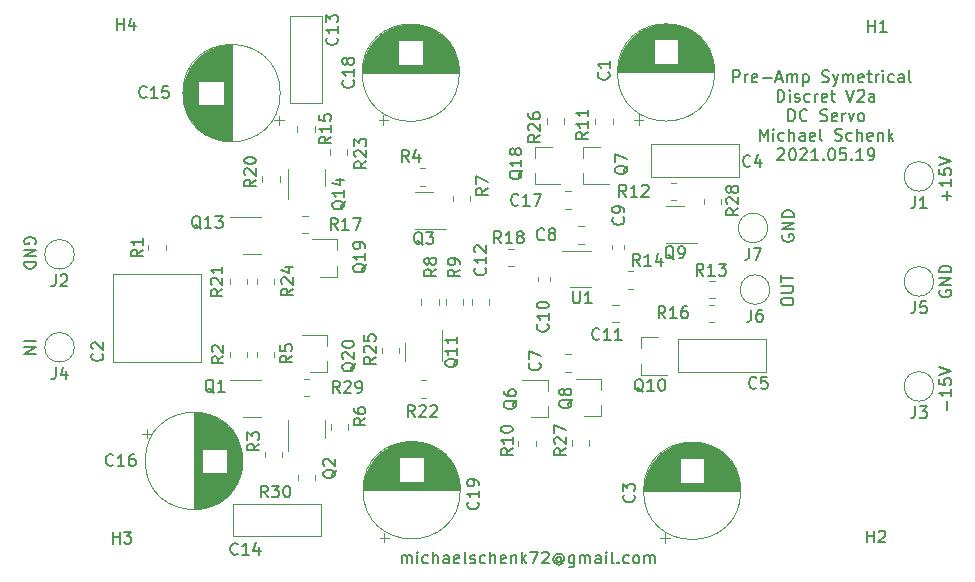
<source format=gbr>
G04 #@! TF.GenerationSoftware,KiCad,Pcbnew,(5.1.10-0-10_14)*
G04 #@! TF.CreationDate,2021-05-19T17:23:42+02:00*
G04 #@! TF.ProjectId,pre-amp-discret,7072652d-616d-4702-9d64-697363726574,rev?*
G04 #@! TF.SameCoordinates,Original*
G04 #@! TF.FileFunction,Legend,Top*
G04 #@! TF.FilePolarity,Positive*
%FSLAX46Y46*%
G04 Gerber Fmt 4.6, Leading zero omitted, Abs format (unit mm)*
G04 Created by KiCad (PCBNEW (5.1.10-0-10_14)) date 2021-05-19 17:23:42*
%MOMM*%
%LPD*%
G01*
G04 APERTURE LIST*
%ADD10C,0.150000*%
%ADD11C,0.120000*%
G04 APERTURE END LIST*
D10*
X200731428Y-132825904D02*
X200731428Y-132064000D01*
X201112380Y-131064000D02*
X201112380Y-131635428D01*
X201112380Y-131349714D02*
X200112380Y-131349714D01*
X200255238Y-131444952D01*
X200350476Y-131540190D01*
X200398095Y-131635428D01*
X200112380Y-130159238D02*
X200112380Y-130635428D01*
X200588571Y-130683047D01*
X200540952Y-130635428D01*
X200493333Y-130540190D01*
X200493333Y-130302095D01*
X200540952Y-130206857D01*
X200588571Y-130159238D01*
X200683809Y-130111619D01*
X200921904Y-130111619D01*
X201017142Y-130159238D01*
X201064761Y-130206857D01*
X201112380Y-130302095D01*
X201112380Y-130540190D01*
X201064761Y-130635428D01*
X201017142Y-130683047D01*
X200112380Y-129825904D02*
X201112380Y-129492571D01*
X200112380Y-129159238D01*
X154563514Y-145791180D02*
X154563514Y-145124514D01*
X154563514Y-145219752D02*
X154611133Y-145172133D01*
X154706371Y-145124514D01*
X154849228Y-145124514D01*
X154944466Y-145172133D01*
X154992085Y-145267371D01*
X154992085Y-145791180D01*
X154992085Y-145267371D02*
X155039704Y-145172133D01*
X155134942Y-145124514D01*
X155277800Y-145124514D01*
X155373038Y-145172133D01*
X155420657Y-145267371D01*
X155420657Y-145791180D01*
X155896847Y-145791180D02*
X155896847Y-145124514D01*
X155896847Y-144791180D02*
X155849228Y-144838800D01*
X155896847Y-144886419D01*
X155944466Y-144838800D01*
X155896847Y-144791180D01*
X155896847Y-144886419D01*
X156801609Y-145743561D02*
X156706371Y-145791180D01*
X156515895Y-145791180D01*
X156420657Y-145743561D01*
X156373038Y-145695942D01*
X156325419Y-145600704D01*
X156325419Y-145314990D01*
X156373038Y-145219752D01*
X156420657Y-145172133D01*
X156515895Y-145124514D01*
X156706371Y-145124514D01*
X156801609Y-145172133D01*
X157230180Y-145791180D02*
X157230180Y-144791180D01*
X157658752Y-145791180D02*
X157658752Y-145267371D01*
X157611133Y-145172133D01*
X157515895Y-145124514D01*
X157373038Y-145124514D01*
X157277800Y-145172133D01*
X157230180Y-145219752D01*
X158563514Y-145791180D02*
X158563514Y-145267371D01*
X158515895Y-145172133D01*
X158420657Y-145124514D01*
X158230180Y-145124514D01*
X158134942Y-145172133D01*
X158563514Y-145743561D02*
X158468276Y-145791180D01*
X158230180Y-145791180D01*
X158134942Y-145743561D01*
X158087323Y-145648323D01*
X158087323Y-145553085D01*
X158134942Y-145457847D01*
X158230180Y-145410228D01*
X158468276Y-145410228D01*
X158563514Y-145362609D01*
X159420657Y-145743561D02*
X159325419Y-145791180D01*
X159134942Y-145791180D01*
X159039704Y-145743561D01*
X158992085Y-145648323D01*
X158992085Y-145267371D01*
X159039704Y-145172133D01*
X159134942Y-145124514D01*
X159325419Y-145124514D01*
X159420657Y-145172133D01*
X159468276Y-145267371D01*
X159468276Y-145362609D01*
X158992085Y-145457847D01*
X160039704Y-145791180D02*
X159944466Y-145743561D01*
X159896847Y-145648323D01*
X159896847Y-144791180D01*
X160373038Y-145743561D02*
X160468276Y-145791180D01*
X160658752Y-145791180D01*
X160753990Y-145743561D01*
X160801609Y-145648323D01*
X160801609Y-145600704D01*
X160753990Y-145505466D01*
X160658752Y-145457847D01*
X160515895Y-145457847D01*
X160420657Y-145410228D01*
X160373038Y-145314990D01*
X160373038Y-145267371D01*
X160420657Y-145172133D01*
X160515895Y-145124514D01*
X160658752Y-145124514D01*
X160753990Y-145172133D01*
X161658752Y-145743561D02*
X161563514Y-145791180D01*
X161373038Y-145791180D01*
X161277800Y-145743561D01*
X161230180Y-145695942D01*
X161182561Y-145600704D01*
X161182561Y-145314990D01*
X161230180Y-145219752D01*
X161277800Y-145172133D01*
X161373038Y-145124514D01*
X161563514Y-145124514D01*
X161658752Y-145172133D01*
X162087323Y-145791180D02*
X162087323Y-144791180D01*
X162515895Y-145791180D02*
X162515895Y-145267371D01*
X162468276Y-145172133D01*
X162373038Y-145124514D01*
X162230180Y-145124514D01*
X162134942Y-145172133D01*
X162087323Y-145219752D01*
X163373038Y-145743561D02*
X163277800Y-145791180D01*
X163087323Y-145791180D01*
X162992085Y-145743561D01*
X162944466Y-145648323D01*
X162944466Y-145267371D01*
X162992085Y-145172133D01*
X163087323Y-145124514D01*
X163277800Y-145124514D01*
X163373038Y-145172133D01*
X163420657Y-145267371D01*
X163420657Y-145362609D01*
X162944466Y-145457847D01*
X163849228Y-145124514D02*
X163849228Y-145791180D01*
X163849228Y-145219752D02*
X163896847Y-145172133D01*
X163992085Y-145124514D01*
X164134942Y-145124514D01*
X164230180Y-145172133D01*
X164277800Y-145267371D01*
X164277800Y-145791180D01*
X164753990Y-145791180D02*
X164753990Y-144791180D01*
X164849228Y-145410228D02*
X165134942Y-145791180D01*
X165134942Y-145124514D02*
X164753990Y-145505466D01*
X165468276Y-144791180D02*
X166134942Y-144791180D01*
X165706371Y-145791180D01*
X166468276Y-144886419D02*
X166515895Y-144838800D01*
X166611133Y-144791180D01*
X166849228Y-144791180D01*
X166944466Y-144838800D01*
X166992085Y-144886419D01*
X167039704Y-144981657D01*
X167039704Y-145076895D01*
X166992085Y-145219752D01*
X166420657Y-145791180D01*
X167039704Y-145791180D01*
X168087323Y-145314990D02*
X168039704Y-145267371D01*
X167944466Y-145219752D01*
X167849228Y-145219752D01*
X167753990Y-145267371D01*
X167706371Y-145314990D01*
X167658752Y-145410228D01*
X167658752Y-145505466D01*
X167706371Y-145600704D01*
X167753990Y-145648323D01*
X167849228Y-145695942D01*
X167944466Y-145695942D01*
X168039704Y-145648323D01*
X168087323Y-145600704D01*
X168087323Y-145219752D02*
X168087323Y-145600704D01*
X168134942Y-145648323D01*
X168182561Y-145648323D01*
X168277800Y-145600704D01*
X168325419Y-145505466D01*
X168325419Y-145267371D01*
X168230180Y-145124514D01*
X168087323Y-145029276D01*
X167896847Y-144981657D01*
X167706371Y-145029276D01*
X167563514Y-145124514D01*
X167468276Y-145267371D01*
X167420657Y-145457847D01*
X167468276Y-145648323D01*
X167563514Y-145791180D01*
X167706371Y-145886419D01*
X167896847Y-145934038D01*
X168087323Y-145886419D01*
X168230180Y-145791180D01*
X169182561Y-145124514D02*
X169182561Y-145934038D01*
X169134942Y-146029276D01*
X169087323Y-146076895D01*
X168992085Y-146124514D01*
X168849228Y-146124514D01*
X168753990Y-146076895D01*
X169182561Y-145743561D02*
X169087323Y-145791180D01*
X168896847Y-145791180D01*
X168801609Y-145743561D01*
X168753990Y-145695942D01*
X168706371Y-145600704D01*
X168706371Y-145314990D01*
X168753990Y-145219752D01*
X168801609Y-145172133D01*
X168896847Y-145124514D01*
X169087323Y-145124514D01*
X169182561Y-145172133D01*
X169658752Y-145791180D02*
X169658752Y-145124514D01*
X169658752Y-145219752D02*
X169706371Y-145172133D01*
X169801609Y-145124514D01*
X169944466Y-145124514D01*
X170039704Y-145172133D01*
X170087323Y-145267371D01*
X170087323Y-145791180D01*
X170087323Y-145267371D02*
X170134942Y-145172133D01*
X170230180Y-145124514D01*
X170373038Y-145124514D01*
X170468276Y-145172133D01*
X170515895Y-145267371D01*
X170515895Y-145791180D01*
X171420657Y-145791180D02*
X171420657Y-145267371D01*
X171373038Y-145172133D01*
X171277800Y-145124514D01*
X171087323Y-145124514D01*
X170992085Y-145172133D01*
X171420657Y-145743561D02*
X171325419Y-145791180D01*
X171087323Y-145791180D01*
X170992085Y-145743561D01*
X170944466Y-145648323D01*
X170944466Y-145553085D01*
X170992085Y-145457847D01*
X171087323Y-145410228D01*
X171325419Y-145410228D01*
X171420657Y-145362609D01*
X171896847Y-145791180D02*
X171896847Y-145124514D01*
X171896847Y-144791180D02*
X171849228Y-144838800D01*
X171896847Y-144886419D01*
X171944466Y-144838800D01*
X171896847Y-144791180D01*
X171896847Y-144886419D01*
X172515895Y-145791180D02*
X172420657Y-145743561D01*
X172373038Y-145648323D01*
X172373038Y-144791180D01*
X172896847Y-145695942D02*
X172944466Y-145743561D01*
X172896847Y-145791180D01*
X172849228Y-145743561D01*
X172896847Y-145695942D01*
X172896847Y-145791180D01*
X173801609Y-145743561D02*
X173706371Y-145791180D01*
X173515895Y-145791180D01*
X173420657Y-145743561D01*
X173373038Y-145695942D01*
X173325419Y-145600704D01*
X173325419Y-145314990D01*
X173373038Y-145219752D01*
X173420657Y-145172133D01*
X173515895Y-145124514D01*
X173706371Y-145124514D01*
X173801609Y-145172133D01*
X174373038Y-145791180D02*
X174277800Y-145743561D01*
X174230180Y-145695942D01*
X174182561Y-145600704D01*
X174182561Y-145314990D01*
X174230180Y-145219752D01*
X174277800Y-145172133D01*
X174373038Y-145124514D01*
X174515895Y-145124514D01*
X174611133Y-145172133D01*
X174658752Y-145219752D01*
X174706371Y-145314990D01*
X174706371Y-145600704D01*
X174658752Y-145695942D01*
X174611133Y-145743561D01*
X174515895Y-145791180D01*
X174373038Y-145791180D01*
X175134942Y-145791180D02*
X175134942Y-145124514D01*
X175134942Y-145219752D02*
X175182561Y-145172133D01*
X175277800Y-145124514D01*
X175420657Y-145124514D01*
X175515895Y-145172133D01*
X175563514Y-145267371D01*
X175563514Y-145791180D01*
X175563514Y-145267371D02*
X175611133Y-145172133D01*
X175706371Y-145124514D01*
X175849228Y-145124514D01*
X175944466Y-145172133D01*
X175992085Y-145267371D01*
X175992085Y-145791180D01*
X182655557Y-105051580D02*
X182655557Y-104051580D01*
X183036509Y-104051580D01*
X183131747Y-104099200D01*
X183179366Y-104146819D01*
X183226985Y-104242057D01*
X183226985Y-104384914D01*
X183179366Y-104480152D01*
X183131747Y-104527771D01*
X183036509Y-104575390D01*
X182655557Y-104575390D01*
X183655557Y-105051580D02*
X183655557Y-104384914D01*
X183655557Y-104575390D02*
X183703176Y-104480152D01*
X183750795Y-104432533D01*
X183846033Y-104384914D01*
X183941271Y-104384914D01*
X184655557Y-105003961D02*
X184560319Y-105051580D01*
X184369842Y-105051580D01*
X184274604Y-105003961D01*
X184226985Y-104908723D01*
X184226985Y-104527771D01*
X184274604Y-104432533D01*
X184369842Y-104384914D01*
X184560319Y-104384914D01*
X184655557Y-104432533D01*
X184703176Y-104527771D01*
X184703176Y-104623009D01*
X184226985Y-104718247D01*
X185131747Y-104670628D02*
X185893652Y-104670628D01*
X186322223Y-104765866D02*
X186798414Y-104765866D01*
X186226985Y-105051580D02*
X186560319Y-104051580D01*
X186893652Y-105051580D01*
X187226985Y-105051580D02*
X187226985Y-104384914D01*
X187226985Y-104480152D02*
X187274604Y-104432533D01*
X187369842Y-104384914D01*
X187512700Y-104384914D01*
X187607938Y-104432533D01*
X187655557Y-104527771D01*
X187655557Y-105051580D01*
X187655557Y-104527771D02*
X187703176Y-104432533D01*
X187798414Y-104384914D01*
X187941271Y-104384914D01*
X188036509Y-104432533D01*
X188084128Y-104527771D01*
X188084128Y-105051580D01*
X188560319Y-104384914D02*
X188560319Y-105384914D01*
X188560319Y-104432533D02*
X188655557Y-104384914D01*
X188846033Y-104384914D01*
X188941271Y-104432533D01*
X188988890Y-104480152D01*
X189036509Y-104575390D01*
X189036509Y-104861104D01*
X188988890Y-104956342D01*
X188941271Y-105003961D01*
X188846033Y-105051580D01*
X188655557Y-105051580D01*
X188560319Y-105003961D01*
X190179366Y-105003961D02*
X190322223Y-105051580D01*
X190560319Y-105051580D01*
X190655557Y-105003961D01*
X190703176Y-104956342D01*
X190750795Y-104861104D01*
X190750795Y-104765866D01*
X190703176Y-104670628D01*
X190655557Y-104623009D01*
X190560319Y-104575390D01*
X190369842Y-104527771D01*
X190274604Y-104480152D01*
X190226985Y-104432533D01*
X190179366Y-104337295D01*
X190179366Y-104242057D01*
X190226985Y-104146819D01*
X190274604Y-104099200D01*
X190369842Y-104051580D01*
X190607938Y-104051580D01*
X190750795Y-104099200D01*
X191084128Y-104384914D02*
X191322223Y-105051580D01*
X191560319Y-104384914D02*
X191322223Y-105051580D01*
X191226985Y-105289676D01*
X191179366Y-105337295D01*
X191084128Y-105384914D01*
X191941271Y-105051580D02*
X191941271Y-104384914D01*
X191941271Y-104480152D02*
X191988890Y-104432533D01*
X192084128Y-104384914D01*
X192226985Y-104384914D01*
X192322223Y-104432533D01*
X192369842Y-104527771D01*
X192369842Y-105051580D01*
X192369842Y-104527771D02*
X192417461Y-104432533D01*
X192512700Y-104384914D01*
X192655557Y-104384914D01*
X192750795Y-104432533D01*
X192798414Y-104527771D01*
X192798414Y-105051580D01*
X193655557Y-105003961D02*
X193560319Y-105051580D01*
X193369842Y-105051580D01*
X193274604Y-105003961D01*
X193226985Y-104908723D01*
X193226985Y-104527771D01*
X193274604Y-104432533D01*
X193369842Y-104384914D01*
X193560319Y-104384914D01*
X193655557Y-104432533D01*
X193703176Y-104527771D01*
X193703176Y-104623009D01*
X193226985Y-104718247D01*
X193988890Y-104384914D02*
X194369842Y-104384914D01*
X194131747Y-104051580D02*
X194131747Y-104908723D01*
X194179366Y-105003961D01*
X194274604Y-105051580D01*
X194369842Y-105051580D01*
X194703176Y-105051580D02*
X194703176Y-104384914D01*
X194703176Y-104575390D02*
X194750795Y-104480152D01*
X194798414Y-104432533D01*
X194893652Y-104384914D01*
X194988890Y-104384914D01*
X195322223Y-105051580D02*
X195322223Y-104384914D01*
X195322223Y-104051580D02*
X195274604Y-104099200D01*
X195322223Y-104146819D01*
X195369842Y-104099200D01*
X195322223Y-104051580D01*
X195322223Y-104146819D01*
X196226985Y-105003961D02*
X196131747Y-105051580D01*
X195941271Y-105051580D01*
X195846033Y-105003961D01*
X195798414Y-104956342D01*
X195750795Y-104861104D01*
X195750795Y-104575390D01*
X195798414Y-104480152D01*
X195846033Y-104432533D01*
X195941271Y-104384914D01*
X196131747Y-104384914D01*
X196226985Y-104432533D01*
X197084128Y-105051580D02*
X197084128Y-104527771D01*
X197036509Y-104432533D01*
X196941271Y-104384914D01*
X196750795Y-104384914D01*
X196655557Y-104432533D01*
X197084128Y-105003961D02*
X196988890Y-105051580D01*
X196750795Y-105051580D01*
X196655557Y-105003961D01*
X196607938Y-104908723D01*
X196607938Y-104813485D01*
X196655557Y-104718247D01*
X196750795Y-104670628D01*
X196988890Y-104670628D01*
X197084128Y-104623009D01*
X197703176Y-105051580D02*
X197607938Y-105003961D01*
X197560319Y-104908723D01*
X197560319Y-104051580D01*
X186417461Y-106701580D02*
X186417461Y-105701580D01*
X186655557Y-105701580D01*
X186798414Y-105749200D01*
X186893652Y-105844438D01*
X186941271Y-105939676D01*
X186988890Y-106130152D01*
X186988890Y-106273009D01*
X186941271Y-106463485D01*
X186893652Y-106558723D01*
X186798414Y-106653961D01*
X186655557Y-106701580D01*
X186417461Y-106701580D01*
X187417461Y-106701580D02*
X187417461Y-106034914D01*
X187417461Y-105701580D02*
X187369842Y-105749200D01*
X187417461Y-105796819D01*
X187465080Y-105749200D01*
X187417461Y-105701580D01*
X187417461Y-105796819D01*
X187846033Y-106653961D02*
X187941271Y-106701580D01*
X188131747Y-106701580D01*
X188226985Y-106653961D01*
X188274604Y-106558723D01*
X188274604Y-106511104D01*
X188226985Y-106415866D01*
X188131747Y-106368247D01*
X187988890Y-106368247D01*
X187893652Y-106320628D01*
X187846033Y-106225390D01*
X187846033Y-106177771D01*
X187893652Y-106082533D01*
X187988890Y-106034914D01*
X188131747Y-106034914D01*
X188226985Y-106082533D01*
X189131747Y-106653961D02*
X189036509Y-106701580D01*
X188846033Y-106701580D01*
X188750795Y-106653961D01*
X188703176Y-106606342D01*
X188655557Y-106511104D01*
X188655557Y-106225390D01*
X188703176Y-106130152D01*
X188750795Y-106082533D01*
X188846033Y-106034914D01*
X189036509Y-106034914D01*
X189131747Y-106082533D01*
X189560319Y-106701580D02*
X189560319Y-106034914D01*
X189560319Y-106225390D02*
X189607938Y-106130152D01*
X189655557Y-106082533D01*
X189750795Y-106034914D01*
X189846033Y-106034914D01*
X190560319Y-106653961D02*
X190465080Y-106701580D01*
X190274604Y-106701580D01*
X190179366Y-106653961D01*
X190131747Y-106558723D01*
X190131747Y-106177771D01*
X190179366Y-106082533D01*
X190274604Y-106034914D01*
X190465080Y-106034914D01*
X190560319Y-106082533D01*
X190607938Y-106177771D01*
X190607938Y-106273009D01*
X190131747Y-106368247D01*
X190893652Y-106034914D02*
X191274604Y-106034914D01*
X191036509Y-105701580D02*
X191036509Y-106558723D01*
X191084128Y-106653961D01*
X191179366Y-106701580D01*
X191274604Y-106701580D01*
X192226985Y-105701580D02*
X192560319Y-106701580D01*
X192893652Y-105701580D01*
X193179366Y-105796819D02*
X193226985Y-105749200D01*
X193322223Y-105701580D01*
X193560319Y-105701580D01*
X193655557Y-105749200D01*
X193703176Y-105796819D01*
X193750795Y-105892057D01*
X193750795Y-105987295D01*
X193703176Y-106130152D01*
X193131747Y-106701580D01*
X193750795Y-106701580D01*
X194607938Y-106701580D02*
X194607938Y-106177771D01*
X194560319Y-106082533D01*
X194465080Y-106034914D01*
X194274604Y-106034914D01*
X194179366Y-106082533D01*
X194607938Y-106653961D02*
X194512700Y-106701580D01*
X194274604Y-106701580D01*
X194179366Y-106653961D01*
X194131747Y-106558723D01*
X194131747Y-106463485D01*
X194179366Y-106368247D01*
X194274604Y-106320628D01*
X194512700Y-106320628D01*
X194607938Y-106273009D01*
X187322223Y-108351580D02*
X187322223Y-107351580D01*
X187560319Y-107351580D01*
X187703176Y-107399200D01*
X187798414Y-107494438D01*
X187846033Y-107589676D01*
X187893652Y-107780152D01*
X187893652Y-107923009D01*
X187846033Y-108113485D01*
X187798414Y-108208723D01*
X187703176Y-108303961D01*
X187560319Y-108351580D01*
X187322223Y-108351580D01*
X188893652Y-108256342D02*
X188846033Y-108303961D01*
X188703176Y-108351580D01*
X188607938Y-108351580D01*
X188465080Y-108303961D01*
X188369842Y-108208723D01*
X188322223Y-108113485D01*
X188274604Y-107923009D01*
X188274604Y-107780152D01*
X188322223Y-107589676D01*
X188369842Y-107494438D01*
X188465080Y-107399200D01*
X188607938Y-107351580D01*
X188703176Y-107351580D01*
X188846033Y-107399200D01*
X188893652Y-107446819D01*
X190036509Y-108303961D02*
X190179366Y-108351580D01*
X190417461Y-108351580D01*
X190512700Y-108303961D01*
X190560319Y-108256342D01*
X190607938Y-108161104D01*
X190607938Y-108065866D01*
X190560319Y-107970628D01*
X190512700Y-107923009D01*
X190417461Y-107875390D01*
X190226985Y-107827771D01*
X190131747Y-107780152D01*
X190084128Y-107732533D01*
X190036509Y-107637295D01*
X190036509Y-107542057D01*
X190084128Y-107446819D01*
X190131747Y-107399200D01*
X190226985Y-107351580D01*
X190465080Y-107351580D01*
X190607938Y-107399200D01*
X191417461Y-108303961D02*
X191322223Y-108351580D01*
X191131747Y-108351580D01*
X191036509Y-108303961D01*
X190988890Y-108208723D01*
X190988890Y-107827771D01*
X191036509Y-107732533D01*
X191131747Y-107684914D01*
X191322223Y-107684914D01*
X191417461Y-107732533D01*
X191465080Y-107827771D01*
X191465080Y-107923009D01*
X190988890Y-108018247D01*
X191893652Y-108351580D02*
X191893652Y-107684914D01*
X191893652Y-107875390D02*
X191941271Y-107780152D01*
X191988890Y-107732533D01*
X192084128Y-107684914D01*
X192179366Y-107684914D01*
X192417461Y-107684914D02*
X192655557Y-108351580D01*
X192893652Y-107684914D01*
X193417461Y-108351580D02*
X193322223Y-108303961D01*
X193274604Y-108256342D01*
X193226985Y-108161104D01*
X193226985Y-107875390D01*
X193274604Y-107780152D01*
X193322223Y-107732533D01*
X193417461Y-107684914D01*
X193560319Y-107684914D01*
X193655557Y-107732533D01*
X193703176Y-107780152D01*
X193750795Y-107875390D01*
X193750795Y-108161104D01*
X193703176Y-108256342D01*
X193655557Y-108303961D01*
X193560319Y-108351580D01*
X193417461Y-108351580D01*
X184893652Y-110001580D02*
X184893652Y-109001580D01*
X185226985Y-109715866D01*
X185560319Y-109001580D01*
X185560319Y-110001580D01*
X186036509Y-110001580D02*
X186036509Y-109334914D01*
X186036509Y-109001580D02*
X185988890Y-109049200D01*
X186036509Y-109096819D01*
X186084128Y-109049200D01*
X186036509Y-109001580D01*
X186036509Y-109096819D01*
X186941271Y-109953961D02*
X186846033Y-110001580D01*
X186655557Y-110001580D01*
X186560319Y-109953961D01*
X186512700Y-109906342D01*
X186465080Y-109811104D01*
X186465080Y-109525390D01*
X186512700Y-109430152D01*
X186560319Y-109382533D01*
X186655557Y-109334914D01*
X186846033Y-109334914D01*
X186941271Y-109382533D01*
X187369842Y-110001580D02*
X187369842Y-109001580D01*
X187798414Y-110001580D02*
X187798414Y-109477771D01*
X187750795Y-109382533D01*
X187655557Y-109334914D01*
X187512700Y-109334914D01*
X187417461Y-109382533D01*
X187369842Y-109430152D01*
X188703176Y-110001580D02*
X188703176Y-109477771D01*
X188655557Y-109382533D01*
X188560319Y-109334914D01*
X188369842Y-109334914D01*
X188274604Y-109382533D01*
X188703176Y-109953961D02*
X188607938Y-110001580D01*
X188369842Y-110001580D01*
X188274604Y-109953961D01*
X188226985Y-109858723D01*
X188226985Y-109763485D01*
X188274604Y-109668247D01*
X188369842Y-109620628D01*
X188607938Y-109620628D01*
X188703176Y-109573009D01*
X189560319Y-109953961D02*
X189465080Y-110001580D01*
X189274604Y-110001580D01*
X189179366Y-109953961D01*
X189131747Y-109858723D01*
X189131747Y-109477771D01*
X189179366Y-109382533D01*
X189274604Y-109334914D01*
X189465080Y-109334914D01*
X189560319Y-109382533D01*
X189607938Y-109477771D01*
X189607938Y-109573009D01*
X189131747Y-109668247D01*
X190179366Y-110001580D02*
X190084128Y-109953961D01*
X190036509Y-109858723D01*
X190036509Y-109001580D01*
X191274604Y-109953961D02*
X191417461Y-110001580D01*
X191655557Y-110001580D01*
X191750795Y-109953961D01*
X191798414Y-109906342D01*
X191846033Y-109811104D01*
X191846033Y-109715866D01*
X191798414Y-109620628D01*
X191750795Y-109573009D01*
X191655557Y-109525390D01*
X191465080Y-109477771D01*
X191369842Y-109430152D01*
X191322223Y-109382533D01*
X191274604Y-109287295D01*
X191274604Y-109192057D01*
X191322223Y-109096819D01*
X191369842Y-109049200D01*
X191465080Y-109001580D01*
X191703176Y-109001580D01*
X191846033Y-109049200D01*
X192703176Y-109953961D02*
X192607938Y-110001580D01*
X192417461Y-110001580D01*
X192322223Y-109953961D01*
X192274604Y-109906342D01*
X192226985Y-109811104D01*
X192226985Y-109525390D01*
X192274604Y-109430152D01*
X192322223Y-109382533D01*
X192417461Y-109334914D01*
X192607938Y-109334914D01*
X192703176Y-109382533D01*
X193131747Y-110001580D02*
X193131747Y-109001580D01*
X193560319Y-110001580D02*
X193560319Y-109477771D01*
X193512700Y-109382533D01*
X193417461Y-109334914D01*
X193274604Y-109334914D01*
X193179366Y-109382533D01*
X193131747Y-109430152D01*
X194417461Y-109953961D02*
X194322223Y-110001580D01*
X194131747Y-110001580D01*
X194036509Y-109953961D01*
X193988890Y-109858723D01*
X193988890Y-109477771D01*
X194036509Y-109382533D01*
X194131747Y-109334914D01*
X194322223Y-109334914D01*
X194417461Y-109382533D01*
X194465080Y-109477771D01*
X194465080Y-109573009D01*
X193988890Y-109668247D01*
X194893652Y-109334914D02*
X194893652Y-110001580D01*
X194893652Y-109430152D02*
X194941271Y-109382533D01*
X195036509Y-109334914D01*
X195179366Y-109334914D01*
X195274604Y-109382533D01*
X195322223Y-109477771D01*
X195322223Y-110001580D01*
X195798414Y-110001580D02*
X195798414Y-109001580D01*
X195893652Y-109620628D02*
X196179366Y-110001580D01*
X196179366Y-109334914D02*
X195798414Y-109715866D01*
X186417461Y-110746819D02*
X186465080Y-110699200D01*
X186560319Y-110651580D01*
X186798414Y-110651580D01*
X186893652Y-110699200D01*
X186941271Y-110746819D01*
X186988890Y-110842057D01*
X186988890Y-110937295D01*
X186941271Y-111080152D01*
X186369842Y-111651580D01*
X186988890Y-111651580D01*
X187607938Y-110651580D02*
X187703176Y-110651580D01*
X187798414Y-110699200D01*
X187846033Y-110746819D01*
X187893652Y-110842057D01*
X187941271Y-111032533D01*
X187941271Y-111270628D01*
X187893652Y-111461104D01*
X187846033Y-111556342D01*
X187798414Y-111603961D01*
X187703176Y-111651580D01*
X187607938Y-111651580D01*
X187512700Y-111603961D01*
X187465080Y-111556342D01*
X187417461Y-111461104D01*
X187369842Y-111270628D01*
X187369842Y-111032533D01*
X187417461Y-110842057D01*
X187465080Y-110746819D01*
X187512700Y-110699200D01*
X187607938Y-110651580D01*
X188322223Y-110746819D02*
X188369842Y-110699200D01*
X188465080Y-110651580D01*
X188703176Y-110651580D01*
X188798414Y-110699200D01*
X188846033Y-110746819D01*
X188893652Y-110842057D01*
X188893652Y-110937295D01*
X188846033Y-111080152D01*
X188274604Y-111651580D01*
X188893652Y-111651580D01*
X189846033Y-111651580D02*
X189274604Y-111651580D01*
X189560319Y-111651580D02*
X189560319Y-110651580D01*
X189465080Y-110794438D01*
X189369842Y-110889676D01*
X189274604Y-110937295D01*
X190274604Y-111556342D02*
X190322223Y-111603961D01*
X190274604Y-111651580D01*
X190226985Y-111603961D01*
X190274604Y-111556342D01*
X190274604Y-111651580D01*
X190941271Y-110651580D02*
X191036509Y-110651580D01*
X191131747Y-110699200D01*
X191179366Y-110746819D01*
X191226985Y-110842057D01*
X191274604Y-111032533D01*
X191274604Y-111270628D01*
X191226985Y-111461104D01*
X191179366Y-111556342D01*
X191131747Y-111603961D01*
X191036509Y-111651580D01*
X190941271Y-111651580D01*
X190846033Y-111603961D01*
X190798414Y-111556342D01*
X190750795Y-111461104D01*
X190703176Y-111270628D01*
X190703176Y-111032533D01*
X190750795Y-110842057D01*
X190798414Y-110746819D01*
X190846033Y-110699200D01*
X190941271Y-110651580D01*
X192179366Y-110651580D02*
X191703176Y-110651580D01*
X191655557Y-111127771D01*
X191703176Y-111080152D01*
X191798414Y-111032533D01*
X192036509Y-111032533D01*
X192131747Y-111080152D01*
X192179366Y-111127771D01*
X192226985Y-111223009D01*
X192226985Y-111461104D01*
X192179366Y-111556342D01*
X192131747Y-111603961D01*
X192036509Y-111651580D01*
X191798414Y-111651580D01*
X191703176Y-111603961D01*
X191655557Y-111556342D01*
X192655557Y-111556342D02*
X192703176Y-111603961D01*
X192655557Y-111651580D01*
X192607938Y-111603961D01*
X192655557Y-111556342D01*
X192655557Y-111651580D01*
X193655557Y-111651580D02*
X193084128Y-111651580D01*
X193369842Y-111651580D02*
X193369842Y-110651580D01*
X193274604Y-110794438D01*
X193179366Y-110889676D01*
X193084128Y-110937295D01*
X194131747Y-111651580D02*
X194322223Y-111651580D01*
X194417461Y-111603961D01*
X194465080Y-111556342D01*
X194560319Y-111413485D01*
X194607938Y-111223009D01*
X194607938Y-110842057D01*
X194560319Y-110746819D01*
X194512700Y-110699200D01*
X194417461Y-110651580D01*
X194226985Y-110651580D01*
X194131747Y-110699200D01*
X194084128Y-110746819D01*
X194036509Y-110842057D01*
X194036509Y-111080152D01*
X194084128Y-111175390D01*
X194131747Y-111223009D01*
X194226985Y-111270628D01*
X194417461Y-111270628D01*
X194512700Y-111223009D01*
X194560319Y-111175390D01*
X194607938Y-111080152D01*
X186837700Y-117995604D02*
X186790080Y-118090842D01*
X186790080Y-118233700D01*
X186837700Y-118376557D01*
X186932938Y-118471795D01*
X187028176Y-118519414D01*
X187218652Y-118567033D01*
X187361509Y-118567033D01*
X187551985Y-118519414D01*
X187647223Y-118471795D01*
X187742461Y-118376557D01*
X187790080Y-118233700D01*
X187790080Y-118138461D01*
X187742461Y-117995604D01*
X187694842Y-117947985D01*
X187361509Y-117947985D01*
X187361509Y-118138461D01*
X187790080Y-117519414D02*
X186790080Y-117519414D01*
X187790080Y-116947985D01*
X186790080Y-116947985D01*
X187790080Y-116471795D02*
X186790080Y-116471795D01*
X186790080Y-116233700D01*
X186837700Y-116090842D01*
X186932938Y-115995604D01*
X187028176Y-115947985D01*
X187218652Y-115900366D01*
X187361509Y-115900366D01*
X187551985Y-115947985D01*
X187647223Y-115995604D01*
X187742461Y-116090842D01*
X187790080Y-116233700D01*
X187790080Y-116471795D01*
X186726580Y-123720100D02*
X186726580Y-123529623D01*
X186774200Y-123434385D01*
X186869438Y-123339147D01*
X187059914Y-123291528D01*
X187393247Y-123291528D01*
X187583723Y-123339147D01*
X187678961Y-123434385D01*
X187726580Y-123529623D01*
X187726580Y-123720100D01*
X187678961Y-123815338D01*
X187583723Y-123910576D01*
X187393247Y-123958195D01*
X187059914Y-123958195D01*
X186869438Y-123910576D01*
X186774200Y-123815338D01*
X186726580Y-123720100D01*
X186726580Y-122862957D02*
X187536104Y-122862957D01*
X187631342Y-122815338D01*
X187678961Y-122767719D01*
X187726580Y-122672480D01*
X187726580Y-122482004D01*
X187678961Y-122386766D01*
X187631342Y-122339147D01*
X187536104Y-122291528D01*
X186726580Y-122291528D01*
X186726580Y-121958195D02*
X186726580Y-121386766D01*
X187726580Y-121672480D02*
X186726580Y-121672480D01*
X123563000Y-118745095D02*
X123610619Y-118649857D01*
X123610619Y-118507000D01*
X123563000Y-118364142D01*
X123467761Y-118268904D01*
X123372523Y-118221285D01*
X123182047Y-118173666D01*
X123039190Y-118173666D01*
X122848714Y-118221285D01*
X122753476Y-118268904D01*
X122658238Y-118364142D01*
X122610619Y-118507000D01*
X122610619Y-118602238D01*
X122658238Y-118745095D01*
X122705857Y-118792714D01*
X123039190Y-118792714D01*
X123039190Y-118602238D01*
X122610619Y-119221285D02*
X123610619Y-119221285D01*
X122610619Y-119792714D01*
X123610619Y-119792714D01*
X122610619Y-120268904D02*
X123610619Y-120268904D01*
X123610619Y-120507000D01*
X123563000Y-120649857D01*
X123467761Y-120745095D01*
X123372523Y-120792714D01*
X123182047Y-120840333D01*
X123039190Y-120840333D01*
X122848714Y-120792714D01*
X122753476Y-120745095D01*
X122658238Y-120649857D01*
X122610619Y-120507000D01*
X122610619Y-120268904D01*
X122610619Y-126984190D02*
X123610619Y-126984190D01*
X122610619Y-127460380D02*
X123610619Y-127460380D01*
X122610619Y-128031809D01*
X123610619Y-128031809D01*
X200160000Y-122681904D02*
X200112380Y-122777142D01*
X200112380Y-122920000D01*
X200160000Y-123062857D01*
X200255238Y-123158095D01*
X200350476Y-123205714D01*
X200540952Y-123253333D01*
X200683809Y-123253333D01*
X200874285Y-123205714D01*
X200969523Y-123158095D01*
X201064761Y-123062857D01*
X201112380Y-122920000D01*
X201112380Y-122824761D01*
X201064761Y-122681904D01*
X201017142Y-122634285D01*
X200683809Y-122634285D01*
X200683809Y-122824761D01*
X201112380Y-122205714D02*
X200112380Y-122205714D01*
X201112380Y-121634285D01*
X200112380Y-121634285D01*
X201112380Y-121158095D02*
X200112380Y-121158095D01*
X200112380Y-120920000D01*
X200160000Y-120777142D01*
X200255238Y-120681904D01*
X200350476Y-120634285D01*
X200540952Y-120586666D01*
X200683809Y-120586666D01*
X200874285Y-120634285D01*
X200969523Y-120681904D01*
X201064761Y-120777142D01*
X201112380Y-120920000D01*
X201112380Y-121158095D01*
X200731428Y-115045904D02*
X200731428Y-114284000D01*
X201112380Y-114664952D02*
X200350476Y-114664952D01*
X201112380Y-113284000D02*
X201112380Y-113855428D01*
X201112380Y-113569714D02*
X200112380Y-113569714D01*
X200255238Y-113664952D01*
X200350476Y-113760190D01*
X200398095Y-113855428D01*
X200112380Y-112379238D02*
X200112380Y-112855428D01*
X200588571Y-112903047D01*
X200540952Y-112855428D01*
X200493333Y-112760190D01*
X200493333Y-112522095D01*
X200540952Y-112426857D01*
X200588571Y-112379238D01*
X200683809Y-112331619D01*
X200921904Y-112331619D01*
X201017142Y-112379238D01*
X201064761Y-112426857D01*
X201112380Y-112522095D01*
X201112380Y-112760190D01*
X201064761Y-112855428D01*
X201017142Y-112903047D01*
X200112380Y-112045904D02*
X201112380Y-111712571D01*
X200112380Y-111379238D01*
D11*
X170592000Y-119333000D02*
X168162000Y-119333000D01*
X168832000Y-122403000D02*
X170592000Y-122403000D01*
X164073064Y-119153000D02*
X163618936Y-119153000D01*
X164073064Y-120623000D02*
X163618936Y-120623000D01*
X181059064Y-123915500D02*
X180604936Y-123915500D01*
X181059064Y-125385500D02*
X180604936Y-125385500D01*
X173699436Y-122528000D02*
X174153564Y-122528000D01*
X173699436Y-121058000D02*
X174153564Y-121058000D01*
X172939252Y-123915500D02*
X172416748Y-123915500D01*
X172939252Y-125385500D02*
X172416748Y-125385500D01*
X167134000Y-121849267D02*
X167134000Y-121556733D01*
X166114000Y-121849267D02*
X166114000Y-121556733D01*
X172400500Y-118852733D02*
X172400500Y-119145267D01*
X173420500Y-118852733D02*
X173420500Y-119145267D01*
X169516248Y-118718000D02*
X170038752Y-118718000D01*
X169516248Y-117248000D02*
X170038752Y-117248000D01*
X148095100Y-134424000D02*
X148095100Y-133674000D01*
X148095100Y-134424000D02*
X148095100Y-135174000D01*
X144975100Y-134424000D02*
X144975100Y-133674000D01*
X144975100Y-134424000D02*
X144975100Y-136274000D01*
X141928000Y-133383500D02*
X142678000Y-133383500D01*
X141928000Y-133383500D02*
X141178000Y-133383500D01*
X141928000Y-130263500D02*
X142678000Y-130263500D01*
X141928000Y-130263500D02*
X140078000Y-130263500D01*
X177731000Y-115546700D02*
X176981000Y-115546700D01*
X177731000Y-115546700D02*
X178481000Y-115546700D01*
X177731000Y-118666700D02*
X176981000Y-118666700D01*
X177731000Y-118666700D02*
X179581000Y-118666700D01*
X156458500Y-114337700D02*
X155708500Y-114337700D01*
X156458500Y-114337700D02*
X157208500Y-114337700D01*
X156458500Y-117457700D02*
X155708500Y-117457700D01*
X156458500Y-117457700D02*
X158308500Y-117457700D01*
X141904300Y-119583600D02*
X142654300Y-119583600D01*
X141904300Y-119583600D02*
X141154300Y-119583600D01*
X141904300Y-116463600D02*
X142654300Y-116463600D01*
X141904300Y-116463600D02*
X140054300Y-116463600D01*
X144932000Y-113124400D02*
X144932000Y-114974400D01*
X144932000Y-113124400D02*
X144932000Y-112374400D01*
X148052000Y-113124400D02*
X148052000Y-113874400D01*
X148052000Y-113124400D02*
X148052000Y-112374400D01*
X154830300Y-127878800D02*
X154830300Y-128628800D01*
X154830300Y-127878800D02*
X154830300Y-127128800D01*
X157950300Y-127878800D02*
X157950300Y-128628800D01*
X157950300Y-127878800D02*
X157950300Y-126028800D01*
X181081800Y-104231500D02*
G75*
G03*
X181081800Y-104231500I-4120000J0D01*
G01*
X172881800Y-104231500D02*
X181041800Y-104231500D01*
X172881800Y-104191500D02*
X181041800Y-104191500D01*
X172881800Y-104151500D02*
X181041800Y-104151500D01*
X172882800Y-104111500D02*
X181040800Y-104111500D01*
X172884800Y-104071500D02*
X181038800Y-104071500D01*
X172885800Y-104031500D02*
X181037800Y-104031500D01*
X172887800Y-103991500D02*
X181035800Y-103991500D01*
X172890800Y-103951500D02*
X181032800Y-103951500D01*
X172893800Y-103911500D02*
X181029800Y-103911500D01*
X172896800Y-103871500D02*
X181026800Y-103871500D01*
X172900800Y-103831500D02*
X181022800Y-103831500D01*
X172904800Y-103791500D02*
X181018800Y-103791500D01*
X172909800Y-103751500D02*
X181013800Y-103751500D01*
X172913800Y-103711500D02*
X181009800Y-103711500D01*
X172919800Y-103671500D02*
X181003800Y-103671500D01*
X172924800Y-103631500D02*
X180998800Y-103631500D01*
X172931800Y-103591500D02*
X180991800Y-103591500D01*
X172937800Y-103551500D02*
X180985800Y-103551500D01*
X172944800Y-103510500D02*
X175921800Y-103510500D01*
X178001800Y-103510500D02*
X180978800Y-103510500D01*
X172951800Y-103470500D02*
X175921800Y-103470500D01*
X178001800Y-103470500D02*
X180971800Y-103470500D01*
X172959800Y-103430500D02*
X175921800Y-103430500D01*
X178001800Y-103430500D02*
X180963800Y-103430500D01*
X172967800Y-103390500D02*
X175921800Y-103390500D01*
X178001800Y-103390500D02*
X180955800Y-103390500D01*
X172976800Y-103350500D02*
X175921800Y-103350500D01*
X178001800Y-103350500D02*
X180946800Y-103350500D01*
X172985800Y-103310500D02*
X175921800Y-103310500D01*
X178001800Y-103310500D02*
X180937800Y-103310500D01*
X172994800Y-103270500D02*
X175921800Y-103270500D01*
X178001800Y-103270500D02*
X180928800Y-103270500D01*
X173004800Y-103230500D02*
X175921800Y-103230500D01*
X178001800Y-103230500D02*
X180918800Y-103230500D01*
X173014800Y-103190500D02*
X175921800Y-103190500D01*
X178001800Y-103190500D02*
X180908800Y-103190500D01*
X173025800Y-103150500D02*
X175921800Y-103150500D01*
X178001800Y-103150500D02*
X180897800Y-103150500D01*
X173036800Y-103110500D02*
X175921800Y-103110500D01*
X178001800Y-103110500D02*
X180886800Y-103110500D01*
X173047800Y-103070500D02*
X175921800Y-103070500D01*
X178001800Y-103070500D02*
X180875800Y-103070500D01*
X173059800Y-103030500D02*
X175921800Y-103030500D01*
X178001800Y-103030500D02*
X180863800Y-103030500D01*
X173072800Y-102990500D02*
X175921800Y-102990500D01*
X178001800Y-102990500D02*
X180850800Y-102990500D01*
X173084800Y-102950500D02*
X175921800Y-102950500D01*
X178001800Y-102950500D02*
X180838800Y-102950500D01*
X173098800Y-102910500D02*
X175921800Y-102910500D01*
X178001800Y-102910500D02*
X180824800Y-102910500D01*
X173111800Y-102870500D02*
X175921800Y-102870500D01*
X178001800Y-102870500D02*
X180811800Y-102870500D01*
X173126800Y-102830500D02*
X175921800Y-102830500D01*
X178001800Y-102830500D02*
X180796800Y-102830500D01*
X173140800Y-102790500D02*
X175921800Y-102790500D01*
X178001800Y-102790500D02*
X180782800Y-102790500D01*
X173156800Y-102750500D02*
X175921800Y-102750500D01*
X178001800Y-102750500D02*
X180766800Y-102750500D01*
X173171800Y-102710500D02*
X175921800Y-102710500D01*
X178001800Y-102710500D02*
X180751800Y-102710500D01*
X173187800Y-102670500D02*
X175921800Y-102670500D01*
X178001800Y-102670500D02*
X180735800Y-102670500D01*
X173204800Y-102630500D02*
X175921800Y-102630500D01*
X178001800Y-102630500D02*
X180718800Y-102630500D01*
X173221800Y-102590500D02*
X175921800Y-102590500D01*
X178001800Y-102590500D02*
X180701800Y-102590500D01*
X173239800Y-102550500D02*
X175921800Y-102550500D01*
X178001800Y-102550500D02*
X180683800Y-102550500D01*
X173257800Y-102510500D02*
X175921800Y-102510500D01*
X178001800Y-102510500D02*
X180665800Y-102510500D01*
X173275800Y-102470500D02*
X175921800Y-102470500D01*
X178001800Y-102470500D02*
X180647800Y-102470500D01*
X173295800Y-102430500D02*
X175921800Y-102430500D01*
X178001800Y-102430500D02*
X180627800Y-102430500D01*
X173314800Y-102390500D02*
X175921800Y-102390500D01*
X178001800Y-102390500D02*
X180608800Y-102390500D01*
X173334800Y-102350500D02*
X175921800Y-102350500D01*
X178001800Y-102350500D02*
X180588800Y-102350500D01*
X173355800Y-102310500D02*
X175921800Y-102310500D01*
X178001800Y-102310500D02*
X180567800Y-102310500D01*
X173377800Y-102270500D02*
X175921800Y-102270500D01*
X178001800Y-102270500D02*
X180545800Y-102270500D01*
X173399800Y-102230500D02*
X175921800Y-102230500D01*
X178001800Y-102230500D02*
X180523800Y-102230500D01*
X173421800Y-102190500D02*
X175921800Y-102190500D01*
X178001800Y-102190500D02*
X180501800Y-102190500D01*
X173444800Y-102150500D02*
X175921800Y-102150500D01*
X178001800Y-102150500D02*
X180478800Y-102150500D01*
X173468800Y-102110500D02*
X175921800Y-102110500D01*
X178001800Y-102110500D02*
X180454800Y-102110500D01*
X173492800Y-102070500D02*
X175921800Y-102070500D01*
X178001800Y-102070500D02*
X180430800Y-102070500D01*
X173517800Y-102030500D02*
X175921800Y-102030500D01*
X178001800Y-102030500D02*
X180405800Y-102030500D01*
X173543800Y-101990500D02*
X175921800Y-101990500D01*
X178001800Y-101990500D02*
X180379800Y-101990500D01*
X173569800Y-101950500D02*
X175921800Y-101950500D01*
X178001800Y-101950500D02*
X180353800Y-101950500D01*
X173596800Y-101910500D02*
X175921800Y-101910500D01*
X178001800Y-101910500D02*
X180326800Y-101910500D01*
X173623800Y-101870500D02*
X175921800Y-101870500D01*
X178001800Y-101870500D02*
X180299800Y-101870500D01*
X173652800Y-101830500D02*
X175921800Y-101830500D01*
X178001800Y-101830500D02*
X180270800Y-101830500D01*
X173681800Y-101790500D02*
X175921800Y-101790500D01*
X178001800Y-101790500D02*
X180241800Y-101790500D01*
X173711800Y-101750500D02*
X175921800Y-101750500D01*
X178001800Y-101750500D02*
X180211800Y-101750500D01*
X173741800Y-101710500D02*
X175921800Y-101710500D01*
X178001800Y-101710500D02*
X180181800Y-101710500D01*
X173772800Y-101670500D02*
X175921800Y-101670500D01*
X178001800Y-101670500D02*
X180150800Y-101670500D01*
X173805800Y-101630500D02*
X175921800Y-101630500D01*
X178001800Y-101630500D02*
X180117800Y-101630500D01*
X173837800Y-101590500D02*
X175921800Y-101590500D01*
X178001800Y-101590500D02*
X180085800Y-101590500D01*
X173871800Y-101550500D02*
X175921800Y-101550500D01*
X178001800Y-101550500D02*
X180051800Y-101550500D01*
X173906800Y-101510500D02*
X175921800Y-101510500D01*
X178001800Y-101510500D02*
X180016800Y-101510500D01*
X173942800Y-101470500D02*
X175921800Y-101470500D01*
X178001800Y-101470500D02*
X179980800Y-101470500D01*
X173978800Y-101430500D02*
X179944800Y-101430500D01*
X174016800Y-101390500D02*
X179906800Y-101390500D01*
X174054800Y-101350500D02*
X179868800Y-101350500D01*
X174094800Y-101310500D02*
X179828800Y-101310500D01*
X174135800Y-101270500D02*
X179787800Y-101270500D01*
X174177800Y-101230500D02*
X179745800Y-101230500D01*
X174220800Y-101190500D02*
X179702800Y-101190500D01*
X174264800Y-101150500D02*
X179658800Y-101150500D01*
X174310800Y-101110500D02*
X179612800Y-101110500D01*
X174357800Y-101070500D02*
X179565800Y-101070500D01*
X174405800Y-101030500D02*
X179517800Y-101030500D01*
X174456800Y-100990500D02*
X179466800Y-100990500D01*
X174507800Y-100950500D02*
X179415800Y-100950500D01*
X174561800Y-100910500D02*
X179361800Y-100910500D01*
X174616800Y-100870500D02*
X179306800Y-100870500D01*
X174674800Y-100830500D02*
X179248800Y-100830500D01*
X174733800Y-100790500D02*
X179189800Y-100790500D01*
X174795800Y-100750500D02*
X179127800Y-100750500D01*
X174859800Y-100710500D02*
X179063800Y-100710500D01*
X174927800Y-100670500D02*
X178995800Y-100670500D01*
X174997800Y-100630500D02*
X178925800Y-100630500D01*
X175071800Y-100590500D02*
X178851800Y-100590500D01*
X175148800Y-100550500D02*
X178774800Y-100550500D01*
X175230800Y-100510500D02*
X178692800Y-100510500D01*
X175316800Y-100470500D02*
X178606800Y-100470500D01*
X175409800Y-100430500D02*
X178513800Y-100430500D01*
X175508800Y-100390500D02*
X178414800Y-100390500D01*
X175615800Y-100350500D02*
X178307800Y-100350500D01*
X175732800Y-100310500D02*
X178190800Y-100310500D01*
X175863800Y-100270500D02*
X178059800Y-100270500D01*
X176013800Y-100230500D02*
X177909800Y-100230500D01*
X176193800Y-100190500D02*
X177729800Y-100190500D01*
X176428800Y-100150500D02*
X177494800Y-100150500D01*
X174646800Y-108641198D02*
X174646800Y-107841198D01*
X174246800Y-108241198D02*
X175046800Y-108241198D01*
X147267600Y-138313936D02*
X147267600Y-138768064D01*
X145797600Y-138313936D02*
X145797600Y-138768064D01*
X146737564Y-131621200D02*
X146283436Y-131621200D01*
X146737564Y-130151200D02*
X146283436Y-130151200D01*
X146610564Y-117841700D02*
X146156436Y-117841700D01*
X146610564Y-116371700D02*
X146156436Y-116371700D01*
X147216800Y-108793036D02*
X147216800Y-109247164D01*
X145746800Y-108793036D02*
X145746800Y-109247164D01*
X148292600Y-129623900D02*
X148292600Y-128693900D01*
X148292600Y-126463900D02*
X148292600Y-127393900D01*
X148292600Y-126463900D02*
X146132600Y-126463900D01*
X148292600Y-129623900D02*
X146832600Y-129623900D01*
X149143500Y-121529000D02*
X149143500Y-120599000D01*
X149143500Y-118369000D02*
X149143500Y-119299000D01*
X149143500Y-118369000D02*
X146983500Y-118369000D01*
X149143500Y-121529000D02*
X147683500Y-121529000D01*
X152707600Y-143605498D02*
X153507600Y-143605498D01*
X153107600Y-144005498D02*
X153107600Y-143205498D01*
X154889600Y-135514800D02*
X155955600Y-135514800D01*
X154654600Y-135554800D02*
X156190600Y-135554800D01*
X154474600Y-135594800D02*
X156370600Y-135594800D01*
X154324600Y-135634800D02*
X156520600Y-135634800D01*
X154193600Y-135674800D02*
X156651600Y-135674800D01*
X154076600Y-135714800D02*
X156768600Y-135714800D01*
X153969600Y-135754800D02*
X156875600Y-135754800D01*
X153870600Y-135794800D02*
X156974600Y-135794800D01*
X153777600Y-135834800D02*
X157067600Y-135834800D01*
X153691600Y-135874800D02*
X157153600Y-135874800D01*
X153609600Y-135914800D02*
X157235600Y-135914800D01*
X153532600Y-135954800D02*
X157312600Y-135954800D01*
X153458600Y-135994800D02*
X157386600Y-135994800D01*
X153388600Y-136034800D02*
X157456600Y-136034800D01*
X153320600Y-136074800D02*
X157524600Y-136074800D01*
X153256600Y-136114800D02*
X157588600Y-136114800D01*
X153194600Y-136154800D02*
X157650600Y-136154800D01*
X153135600Y-136194800D02*
X157709600Y-136194800D01*
X153077600Y-136234800D02*
X157767600Y-136234800D01*
X153022600Y-136274800D02*
X157822600Y-136274800D01*
X152968600Y-136314800D02*
X157876600Y-136314800D01*
X152917600Y-136354800D02*
X157927600Y-136354800D01*
X152866600Y-136394800D02*
X157978600Y-136394800D01*
X152818600Y-136434800D02*
X158026600Y-136434800D01*
X152771600Y-136474800D02*
X158073600Y-136474800D01*
X152725600Y-136514800D02*
X158119600Y-136514800D01*
X152681600Y-136554800D02*
X158163600Y-136554800D01*
X152638600Y-136594800D02*
X158206600Y-136594800D01*
X152596600Y-136634800D02*
X158248600Y-136634800D01*
X152555600Y-136674800D02*
X158289600Y-136674800D01*
X152515600Y-136714800D02*
X158329600Y-136714800D01*
X152477600Y-136754800D02*
X158367600Y-136754800D01*
X152439600Y-136794800D02*
X158405600Y-136794800D01*
X156462600Y-136834800D02*
X158441600Y-136834800D01*
X152403600Y-136834800D02*
X154382600Y-136834800D01*
X156462600Y-136874800D02*
X158477600Y-136874800D01*
X152367600Y-136874800D02*
X154382600Y-136874800D01*
X156462600Y-136914800D02*
X158512600Y-136914800D01*
X152332600Y-136914800D02*
X154382600Y-136914800D01*
X156462600Y-136954800D02*
X158546600Y-136954800D01*
X152298600Y-136954800D02*
X154382600Y-136954800D01*
X156462600Y-136994800D02*
X158578600Y-136994800D01*
X152266600Y-136994800D02*
X154382600Y-136994800D01*
X156462600Y-137034800D02*
X158611600Y-137034800D01*
X152233600Y-137034800D02*
X154382600Y-137034800D01*
X156462600Y-137074800D02*
X158642600Y-137074800D01*
X152202600Y-137074800D02*
X154382600Y-137074800D01*
X156462600Y-137114800D02*
X158672600Y-137114800D01*
X152172600Y-137114800D02*
X154382600Y-137114800D01*
X156462600Y-137154800D02*
X158702600Y-137154800D01*
X152142600Y-137154800D02*
X154382600Y-137154800D01*
X156462600Y-137194800D02*
X158731600Y-137194800D01*
X152113600Y-137194800D02*
X154382600Y-137194800D01*
X156462600Y-137234800D02*
X158760600Y-137234800D01*
X152084600Y-137234800D02*
X154382600Y-137234800D01*
X156462600Y-137274800D02*
X158787600Y-137274800D01*
X152057600Y-137274800D02*
X154382600Y-137274800D01*
X156462600Y-137314800D02*
X158814600Y-137314800D01*
X152030600Y-137314800D02*
X154382600Y-137314800D01*
X156462600Y-137354800D02*
X158840600Y-137354800D01*
X152004600Y-137354800D02*
X154382600Y-137354800D01*
X156462600Y-137394800D02*
X158866600Y-137394800D01*
X151978600Y-137394800D02*
X154382600Y-137394800D01*
X156462600Y-137434800D02*
X158891600Y-137434800D01*
X151953600Y-137434800D02*
X154382600Y-137434800D01*
X156462600Y-137474800D02*
X158915600Y-137474800D01*
X151929600Y-137474800D02*
X154382600Y-137474800D01*
X156462600Y-137514800D02*
X158939600Y-137514800D01*
X151905600Y-137514800D02*
X154382600Y-137514800D01*
X156462600Y-137554800D02*
X158962600Y-137554800D01*
X151882600Y-137554800D02*
X154382600Y-137554800D01*
X156462600Y-137594800D02*
X158984600Y-137594800D01*
X151860600Y-137594800D02*
X154382600Y-137594800D01*
X156462600Y-137634800D02*
X159006600Y-137634800D01*
X151838600Y-137634800D02*
X154382600Y-137634800D01*
X156462600Y-137674800D02*
X159028600Y-137674800D01*
X151816600Y-137674800D02*
X154382600Y-137674800D01*
X156462600Y-137714800D02*
X159049600Y-137714800D01*
X151795600Y-137714800D02*
X154382600Y-137714800D01*
X156462600Y-137754800D02*
X159069600Y-137754800D01*
X151775600Y-137754800D02*
X154382600Y-137754800D01*
X156462600Y-137794800D02*
X159088600Y-137794800D01*
X151756600Y-137794800D02*
X154382600Y-137794800D01*
X156462600Y-137834800D02*
X159108600Y-137834800D01*
X151736600Y-137834800D02*
X154382600Y-137834800D01*
X156462600Y-137874800D02*
X159126600Y-137874800D01*
X151718600Y-137874800D02*
X154382600Y-137874800D01*
X156462600Y-137914800D02*
X159144600Y-137914800D01*
X151700600Y-137914800D02*
X154382600Y-137914800D01*
X156462600Y-137954800D02*
X159162600Y-137954800D01*
X151682600Y-137954800D02*
X154382600Y-137954800D01*
X156462600Y-137994800D02*
X159179600Y-137994800D01*
X151665600Y-137994800D02*
X154382600Y-137994800D01*
X156462600Y-138034800D02*
X159196600Y-138034800D01*
X151648600Y-138034800D02*
X154382600Y-138034800D01*
X156462600Y-138074800D02*
X159212600Y-138074800D01*
X151632600Y-138074800D02*
X154382600Y-138074800D01*
X156462600Y-138114800D02*
X159227600Y-138114800D01*
X151617600Y-138114800D02*
X154382600Y-138114800D01*
X156462600Y-138154800D02*
X159243600Y-138154800D01*
X151601600Y-138154800D02*
X154382600Y-138154800D01*
X156462600Y-138194800D02*
X159257600Y-138194800D01*
X151587600Y-138194800D02*
X154382600Y-138194800D01*
X156462600Y-138234800D02*
X159272600Y-138234800D01*
X151572600Y-138234800D02*
X154382600Y-138234800D01*
X156462600Y-138274800D02*
X159285600Y-138274800D01*
X151559600Y-138274800D02*
X154382600Y-138274800D01*
X156462600Y-138314800D02*
X159299600Y-138314800D01*
X151545600Y-138314800D02*
X154382600Y-138314800D01*
X156462600Y-138354800D02*
X159311600Y-138354800D01*
X151533600Y-138354800D02*
X154382600Y-138354800D01*
X156462600Y-138394800D02*
X159324600Y-138394800D01*
X151520600Y-138394800D02*
X154382600Y-138394800D01*
X156462600Y-138434800D02*
X159336600Y-138434800D01*
X151508600Y-138434800D02*
X154382600Y-138434800D01*
X156462600Y-138474800D02*
X159347600Y-138474800D01*
X151497600Y-138474800D02*
X154382600Y-138474800D01*
X156462600Y-138514800D02*
X159358600Y-138514800D01*
X151486600Y-138514800D02*
X154382600Y-138514800D01*
X156462600Y-138554800D02*
X159369600Y-138554800D01*
X151475600Y-138554800D02*
X154382600Y-138554800D01*
X156462600Y-138594800D02*
X159379600Y-138594800D01*
X151465600Y-138594800D02*
X154382600Y-138594800D01*
X156462600Y-138634800D02*
X159389600Y-138634800D01*
X151455600Y-138634800D02*
X154382600Y-138634800D01*
X156462600Y-138674800D02*
X159398600Y-138674800D01*
X151446600Y-138674800D02*
X154382600Y-138674800D01*
X156462600Y-138714800D02*
X159407600Y-138714800D01*
X151437600Y-138714800D02*
X154382600Y-138714800D01*
X156462600Y-138754800D02*
X159416600Y-138754800D01*
X151428600Y-138754800D02*
X154382600Y-138754800D01*
X156462600Y-138794800D02*
X159424600Y-138794800D01*
X151420600Y-138794800D02*
X154382600Y-138794800D01*
X156462600Y-138834800D02*
X159432600Y-138834800D01*
X151412600Y-138834800D02*
X154382600Y-138834800D01*
X156462600Y-138874800D02*
X159439600Y-138874800D01*
X151405600Y-138874800D02*
X154382600Y-138874800D01*
X151398600Y-138915800D02*
X159446600Y-138915800D01*
X151392600Y-138955800D02*
X159452600Y-138955800D01*
X151385600Y-138995800D02*
X159459600Y-138995800D01*
X151380600Y-139035800D02*
X159464600Y-139035800D01*
X151374600Y-139075800D02*
X159470600Y-139075800D01*
X151370600Y-139115800D02*
X159474600Y-139115800D01*
X151365600Y-139155800D02*
X159479600Y-139155800D01*
X151361600Y-139195800D02*
X159483600Y-139195800D01*
X151357600Y-139235800D02*
X159487600Y-139235800D01*
X151354600Y-139275800D02*
X159490600Y-139275800D01*
X151351600Y-139315800D02*
X159493600Y-139315800D01*
X151348600Y-139355800D02*
X159496600Y-139355800D01*
X151346600Y-139395800D02*
X159498600Y-139395800D01*
X151345600Y-139435800D02*
X159499600Y-139435800D01*
X151343600Y-139475800D02*
X159501600Y-139475800D01*
X151342600Y-139515800D02*
X159502600Y-139515800D01*
X151342600Y-139555800D02*
X159502600Y-139555800D01*
X151342600Y-139595800D02*
X159502600Y-139595800D01*
X159542600Y-139595800D02*
G75*
G03*
X159542600Y-139595800I-4120000J0D01*
G01*
X152631400Y-108266598D02*
X153431400Y-108266598D01*
X153031400Y-108666598D02*
X153031400Y-107866598D01*
X154813400Y-100175900D02*
X155879400Y-100175900D01*
X154578400Y-100215900D02*
X156114400Y-100215900D01*
X154398400Y-100255900D02*
X156294400Y-100255900D01*
X154248400Y-100295900D02*
X156444400Y-100295900D01*
X154117400Y-100335900D02*
X156575400Y-100335900D01*
X154000400Y-100375900D02*
X156692400Y-100375900D01*
X153893400Y-100415900D02*
X156799400Y-100415900D01*
X153794400Y-100455900D02*
X156898400Y-100455900D01*
X153701400Y-100495900D02*
X156991400Y-100495900D01*
X153615400Y-100535900D02*
X157077400Y-100535900D01*
X153533400Y-100575900D02*
X157159400Y-100575900D01*
X153456400Y-100615900D02*
X157236400Y-100615900D01*
X153382400Y-100655900D02*
X157310400Y-100655900D01*
X153312400Y-100695900D02*
X157380400Y-100695900D01*
X153244400Y-100735900D02*
X157448400Y-100735900D01*
X153180400Y-100775900D02*
X157512400Y-100775900D01*
X153118400Y-100815900D02*
X157574400Y-100815900D01*
X153059400Y-100855900D02*
X157633400Y-100855900D01*
X153001400Y-100895900D02*
X157691400Y-100895900D01*
X152946400Y-100935900D02*
X157746400Y-100935900D01*
X152892400Y-100975900D02*
X157800400Y-100975900D01*
X152841400Y-101015900D02*
X157851400Y-101015900D01*
X152790400Y-101055900D02*
X157902400Y-101055900D01*
X152742400Y-101095900D02*
X157950400Y-101095900D01*
X152695400Y-101135900D02*
X157997400Y-101135900D01*
X152649400Y-101175900D02*
X158043400Y-101175900D01*
X152605400Y-101215900D02*
X158087400Y-101215900D01*
X152562400Y-101255900D02*
X158130400Y-101255900D01*
X152520400Y-101295900D02*
X158172400Y-101295900D01*
X152479400Y-101335900D02*
X158213400Y-101335900D01*
X152439400Y-101375900D02*
X158253400Y-101375900D01*
X152401400Y-101415900D02*
X158291400Y-101415900D01*
X152363400Y-101455900D02*
X158329400Y-101455900D01*
X156386400Y-101495900D02*
X158365400Y-101495900D01*
X152327400Y-101495900D02*
X154306400Y-101495900D01*
X156386400Y-101535900D02*
X158401400Y-101535900D01*
X152291400Y-101535900D02*
X154306400Y-101535900D01*
X156386400Y-101575900D02*
X158436400Y-101575900D01*
X152256400Y-101575900D02*
X154306400Y-101575900D01*
X156386400Y-101615900D02*
X158470400Y-101615900D01*
X152222400Y-101615900D02*
X154306400Y-101615900D01*
X156386400Y-101655900D02*
X158502400Y-101655900D01*
X152190400Y-101655900D02*
X154306400Y-101655900D01*
X156386400Y-101695900D02*
X158535400Y-101695900D01*
X152157400Y-101695900D02*
X154306400Y-101695900D01*
X156386400Y-101735900D02*
X158566400Y-101735900D01*
X152126400Y-101735900D02*
X154306400Y-101735900D01*
X156386400Y-101775900D02*
X158596400Y-101775900D01*
X152096400Y-101775900D02*
X154306400Y-101775900D01*
X156386400Y-101815900D02*
X158626400Y-101815900D01*
X152066400Y-101815900D02*
X154306400Y-101815900D01*
X156386400Y-101855900D02*
X158655400Y-101855900D01*
X152037400Y-101855900D02*
X154306400Y-101855900D01*
X156386400Y-101895900D02*
X158684400Y-101895900D01*
X152008400Y-101895900D02*
X154306400Y-101895900D01*
X156386400Y-101935900D02*
X158711400Y-101935900D01*
X151981400Y-101935900D02*
X154306400Y-101935900D01*
X156386400Y-101975900D02*
X158738400Y-101975900D01*
X151954400Y-101975900D02*
X154306400Y-101975900D01*
X156386400Y-102015900D02*
X158764400Y-102015900D01*
X151928400Y-102015900D02*
X154306400Y-102015900D01*
X156386400Y-102055900D02*
X158790400Y-102055900D01*
X151902400Y-102055900D02*
X154306400Y-102055900D01*
X156386400Y-102095900D02*
X158815400Y-102095900D01*
X151877400Y-102095900D02*
X154306400Y-102095900D01*
X156386400Y-102135900D02*
X158839400Y-102135900D01*
X151853400Y-102135900D02*
X154306400Y-102135900D01*
X156386400Y-102175900D02*
X158863400Y-102175900D01*
X151829400Y-102175900D02*
X154306400Y-102175900D01*
X156386400Y-102215900D02*
X158886400Y-102215900D01*
X151806400Y-102215900D02*
X154306400Y-102215900D01*
X156386400Y-102255900D02*
X158908400Y-102255900D01*
X151784400Y-102255900D02*
X154306400Y-102255900D01*
X156386400Y-102295900D02*
X158930400Y-102295900D01*
X151762400Y-102295900D02*
X154306400Y-102295900D01*
X156386400Y-102335900D02*
X158952400Y-102335900D01*
X151740400Y-102335900D02*
X154306400Y-102335900D01*
X156386400Y-102375900D02*
X158973400Y-102375900D01*
X151719400Y-102375900D02*
X154306400Y-102375900D01*
X156386400Y-102415900D02*
X158993400Y-102415900D01*
X151699400Y-102415900D02*
X154306400Y-102415900D01*
X156386400Y-102455900D02*
X159012400Y-102455900D01*
X151680400Y-102455900D02*
X154306400Y-102455900D01*
X156386400Y-102495900D02*
X159032400Y-102495900D01*
X151660400Y-102495900D02*
X154306400Y-102495900D01*
X156386400Y-102535900D02*
X159050400Y-102535900D01*
X151642400Y-102535900D02*
X154306400Y-102535900D01*
X156386400Y-102575900D02*
X159068400Y-102575900D01*
X151624400Y-102575900D02*
X154306400Y-102575900D01*
X156386400Y-102615900D02*
X159086400Y-102615900D01*
X151606400Y-102615900D02*
X154306400Y-102615900D01*
X156386400Y-102655900D02*
X159103400Y-102655900D01*
X151589400Y-102655900D02*
X154306400Y-102655900D01*
X156386400Y-102695900D02*
X159120400Y-102695900D01*
X151572400Y-102695900D02*
X154306400Y-102695900D01*
X156386400Y-102735900D02*
X159136400Y-102735900D01*
X151556400Y-102735900D02*
X154306400Y-102735900D01*
X156386400Y-102775900D02*
X159151400Y-102775900D01*
X151541400Y-102775900D02*
X154306400Y-102775900D01*
X156386400Y-102815900D02*
X159167400Y-102815900D01*
X151525400Y-102815900D02*
X154306400Y-102815900D01*
X156386400Y-102855900D02*
X159181400Y-102855900D01*
X151511400Y-102855900D02*
X154306400Y-102855900D01*
X156386400Y-102895900D02*
X159196400Y-102895900D01*
X151496400Y-102895900D02*
X154306400Y-102895900D01*
X156386400Y-102935900D02*
X159209400Y-102935900D01*
X151483400Y-102935900D02*
X154306400Y-102935900D01*
X156386400Y-102975900D02*
X159223400Y-102975900D01*
X151469400Y-102975900D02*
X154306400Y-102975900D01*
X156386400Y-103015900D02*
X159235400Y-103015900D01*
X151457400Y-103015900D02*
X154306400Y-103015900D01*
X156386400Y-103055900D02*
X159248400Y-103055900D01*
X151444400Y-103055900D02*
X154306400Y-103055900D01*
X156386400Y-103095900D02*
X159260400Y-103095900D01*
X151432400Y-103095900D02*
X154306400Y-103095900D01*
X156386400Y-103135900D02*
X159271400Y-103135900D01*
X151421400Y-103135900D02*
X154306400Y-103135900D01*
X156386400Y-103175900D02*
X159282400Y-103175900D01*
X151410400Y-103175900D02*
X154306400Y-103175900D01*
X156386400Y-103215900D02*
X159293400Y-103215900D01*
X151399400Y-103215900D02*
X154306400Y-103215900D01*
X156386400Y-103255900D02*
X159303400Y-103255900D01*
X151389400Y-103255900D02*
X154306400Y-103255900D01*
X156386400Y-103295900D02*
X159313400Y-103295900D01*
X151379400Y-103295900D02*
X154306400Y-103295900D01*
X156386400Y-103335900D02*
X159322400Y-103335900D01*
X151370400Y-103335900D02*
X154306400Y-103335900D01*
X156386400Y-103375900D02*
X159331400Y-103375900D01*
X151361400Y-103375900D02*
X154306400Y-103375900D01*
X156386400Y-103415900D02*
X159340400Y-103415900D01*
X151352400Y-103415900D02*
X154306400Y-103415900D01*
X156386400Y-103455900D02*
X159348400Y-103455900D01*
X151344400Y-103455900D02*
X154306400Y-103455900D01*
X156386400Y-103495900D02*
X159356400Y-103495900D01*
X151336400Y-103495900D02*
X154306400Y-103495900D01*
X156386400Y-103535900D02*
X159363400Y-103535900D01*
X151329400Y-103535900D02*
X154306400Y-103535900D01*
X151322400Y-103576900D02*
X159370400Y-103576900D01*
X151316400Y-103616900D02*
X159376400Y-103616900D01*
X151309400Y-103656900D02*
X159383400Y-103656900D01*
X151304400Y-103696900D02*
X159388400Y-103696900D01*
X151298400Y-103736900D02*
X159394400Y-103736900D01*
X151294400Y-103776900D02*
X159398400Y-103776900D01*
X151289400Y-103816900D02*
X159403400Y-103816900D01*
X151285400Y-103856900D02*
X159407400Y-103856900D01*
X151281400Y-103896900D02*
X159411400Y-103896900D01*
X151278400Y-103936900D02*
X159414400Y-103936900D01*
X151275400Y-103976900D02*
X159417400Y-103976900D01*
X151272400Y-104016900D02*
X159420400Y-104016900D01*
X151270400Y-104056900D02*
X159422400Y-104056900D01*
X151269400Y-104096900D02*
X159423400Y-104096900D01*
X151267400Y-104136900D02*
X159425400Y-104136900D01*
X151266400Y-104176900D02*
X159426400Y-104176900D01*
X151266400Y-104216900D02*
X159426400Y-104216900D01*
X151266400Y-104256900D02*
X159426400Y-104256900D01*
X159466400Y-104256900D02*
G75*
G03*
X159466400Y-104256900I-4120000J0D01*
G01*
X144486300Y-136345436D02*
X144486300Y-136799564D01*
X143016300Y-136345436D02*
X143016300Y-136799564D01*
X165854600Y-110550800D02*
X167314600Y-110550800D01*
X165854600Y-113710800D02*
X168014600Y-113710800D01*
X165854600Y-113710800D02*
X165854600Y-112780800D01*
X165854600Y-110550800D02*
X165854600Y-111480800D01*
X181071764Y-123366200D02*
X180617636Y-123366200D01*
X181071764Y-121896200D02*
X180617636Y-121896200D01*
X181633800Y-115368564D02*
X181633800Y-114914436D01*
X180163800Y-115368564D02*
X180163800Y-114914436D01*
X168987800Y-135367536D02*
X168987800Y-135821664D01*
X170457800Y-135367536D02*
X170457800Y-135821664D01*
X166879600Y-108119936D02*
X166879600Y-108574064D01*
X168349600Y-108119936D02*
X168349600Y-108574064D01*
X154354200Y-127973064D02*
X154354200Y-127518936D01*
X152884200Y-127973064D02*
X152884200Y-127518936D01*
X142317800Y-121696236D02*
X142317800Y-122150364D01*
X143787800Y-121696236D02*
X143787800Y-122150364D01*
X148515400Y-110748836D02*
X148515400Y-111202964D01*
X149985400Y-110748836D02*
X149985400Y-111202964D01*
X156656264Y-130303600D02*
X156202136Y-130303600D01*
X156656264Y-131773600D02*
X156202136Y-131773600D01*
X140019100Y-121708936D02*
X140019100Y-122163064D01*
X141489100Y-121708936D02*
X141489100Y-122163064D01*
X142787700Y-113034836D02*
X142787700Y-113488964D01*
X144257700Y-113034836D02*
X144257700Y-113488964D01*
X168895752Y-114301600D02*
X168373248Y-114301600D01*
X168895752Y-115771600D02*
X168373248Y-115771600D01*
X141104800Y-137121900D02*
G75*
G03*
X141104800Y-137121900I-4120000J0D01*
G01*
X136984800Y-133041900D02*
X136984800Y-141201900D01*
X137024800Y-133041900D02*
X137024800Y-141201900D01*
X137064800Y-133041900D02*
X137064800Y-141201900D01*
X137104800Y-133042900D02*
X137104800Y-141200900D01*
X137144800Y-133044900D02*
X137144800Y-141198900D01*
X137184800Y-133045900D02*
X137184800Y-141197900D01*
X137224800Y-133047900D02*
X137224800Y-141195900D01*
X137264800Y-133050900D02*
X137264800Y-141192900D01*
X137304800Y-133053900D02*
X137304800Y-141189900D01*
X137344800Y-133056900D02*
X137344800Y-141186900D01*
X137384800Y-133060900D02*
X137384800Y-141182900D01*
X137424800Y-133064900D02*
X137424800Y-141178900D01*
X137464800Y-133069900D02*
X137464800Y-141173900D01*
X137504800Y-133073900D02*
X137504800Y-141169900D01*
X137544800Y-133079900D02*
X137544800Y-141163900D01*
X137584800Y-133084900D02*
X137584800Y-141158900D01*
X137624800Y-133091900D02*
X137624800Y-141151900D01*
X137664800Y-133097900D02*
X137664800Y-141145900D01*
X137705800Y-133104900D02*
X137705800Y-136081900D01*
X137705800Y-138161900D02*
X137705800Y-141138900D01*
X137745800Y-133111900D02*
X137745800Y-136081900D01*
X137745800Y-138161900D02*
X137745800Y-141131900D01*
X137785800Y-133119900D02*
X137785800Y-136081900D01*
X137785800Y-138161900D02*
X137785800Y-141123900D01*
X137825800Y-133127900D02*
X137825800Y-136081900D01*
X137825800Y-138161900D02*
X137825800Y-141115900D01*
X137865800Y-133136900D02*
X137865800Y-136081900D01*
X137865800Y-138161900D02*
X137865800Y-141106900D01*
X137905800Y-133145900D02*
X137905800Y-136081900D01*
X137905800Y-138161900D02*
X137905800Y-141097900D01*
X137945800Y-133154900D02*
X137945800Y-136081900D01*
X137945800Y-138161900D02*
X137945800Y-141088900D01*
X137985800Y-133164900D02*
X137985800Y-136081900D01*
X137985800Y-138161900D02*
X137985800Y-141078900D01*
X138025800Y-133174900D02*
X138025800Y-136081900D01*
X138025800Y-138161900D02*
X138025800Y-141068900D01*
X138065800Y-133185900D02*
X138065800Y-136081900D01*
X138065800Y-138161900D02*
X138065800Y-141057900D01*
X138105800Y-133196900D02*
X138105800Y-136081900D01*
X138105800Y-138161900D02*
X138105800Y-141046900D01*
X138145800Y-133207900D02*
X138145800Y-136081900D01*
X138145800Y-138161900D02*
X138145800Y-141035900D01*
X138185800Y-133219900D02*
X138185800Y-136081900D01*
X138185800Y-138161900D02*
X138185800Y-141023900D01*
X138225800Y-133232900D02*
X138225800Y-136081900D01*
X138225800Y-138161900D02*
X138225800Y-141010900D01*
X138265800Y-133244900D02*
X138265800Y-136081900D01*
X138265800Y-138161900D02*
X138265800Y-140998900D01*
X138305800Y-133258900D02*
X138305800Y-136081900D01*
X138305800Y-138161900D02*
X138305800Y-140984900D01*
X138345800Y-133271900D02*
X138345800Y-136081900D01*
X138345800Y-138161900D02*
X138345800Y-140971900D01*
X138385800Y-133286900D02*
X138385800Y-136081900D01*
X138385800Y-138161900D02*
X138385800Y-140956900D01*
X138425800Y-133300900D02*
X138425800Y-136081900D01*
X138425800Y-138161900D02*
X138425800Y-140942900D01*
X138465800Y-133316900D02*
X138465800Y-136081900D01*
X138465800Y-138161900D02*
X138465800Y-140926900D01*
X138505800Y-133331900D02*
X138505800Y-136081900D01*
X138505800Y-138161900D02*
X138505800Y-140911900D01*
X138545800Y-133347900D02*
X138545800Y-136081900D01*
X138545800Y-138161900D02*
X138545800Y-140895900D01*
X138585800Y-133364900D02*
X138585800Y-136081900D01*
X138585800Y-138161900D02*
X138585800Y-140878900D01*
X138625800Y-133381900D02*
X138625800Y-136081900D01*
X138625800Y-138161900D02*
X138625800Y-140861900D01*
X138665800Y-133399900D02*
X138665800Y-136081900D01*
X138665800Y-138161900D02*
X138665800Y-140843900D01*
X138705800Y-133417900D02*
X138705800Y-136081900D01*
X138705800Y-138161900D02*
X138705800Y-140825900D01*
X138745800Y-133435900D02*
X138745800Y-136081900D01*
X138745800Y-138161900D02*
X138745800Y-140807900D01*
X138785800Y-133455900D02*
X138785800Y-136081900D01*
X138785800Y-138161900D02*
X138785800Y-140787900D01*
X138825800Y-133474900D02*
X138825800Y-136081900D01*
X138825800Y-138161900D02*
X138825800Y-140768900D01*
X138865800Y-133494900D02*
X138865800Y-136081900D01*
X138865800Y-138161900D02*
X138865800Y-140748900D01*
X138905800Y-133515900D02*
X138905800Y-136081900D01*
X138905800Y-138161900D02*
X138905800Y-140727900D01*
X138945800Y-133537900D02*
X138945800Y-136081900D01*
X138945800Y-138161900D02*
X138945800Y-140705900D01*
X138985800Y-133559900D02*
X138985800Y-136081900D01*
X138985800Y-138161900D02*
X138985800Y-140683900D01*
X139025800Y-133581900D02*
X139025800Y-136081900D01*
X139025800Y-138161900D02*
X139025800Y-140661900D01*
X139065800Y-133604900D02*
X139065800Y-136081900D01*
X139065800Y-138161900D02*
X139065800Y-140638900D01*
X139105800Y-133628900D02*
X139105800Y-136081900D01*
X139105800Y-138161900D02*
X139105800Y-140614900D01*
X139145800Y-133652900D02*
X139145800Y-136081900D01*
X139145800Y-138161900D02*
X139145800Y-140590900D01*
X139185800Y-133677900D02*
X139185800Y-136081900D01*
X139185800Y-138161900D02*
X139185800Y-140565900D01*
X139225800Y-133703900D02*
X139225800Y-136081900D01*
X139225800Y-138161900D02*
X139225800Y-140539900D01*
X139265800Y-133729900D02*
X139265800Y-136081900D01*
X139265800Y-138161900D02*
X139265800Y-140513900D01*
X139305800Y-133756900D02*
X139305800Y-136081900D01*
X139305800Y-138161900D02*
X139305800Y-140486900D01*
X139345800Y-133783900D02*
X139345800Y-136081900D01*
X139345800Y-138161900D02*
X139345800Y-140459900D01*
X139385800Y-133812900D02*
X139385800Y-136081900D01*
X139385800Y-138161900D02*
X139385800Y-140430900D01*
X139425800Y-133841900D02*
X139425800Y-136081900D01*
X139425800Y-138161900D02*
X139425800Y-140401900D01*
X139465800Y-133871900D02*
X139465800Y-136081900D01*
X139465800Y-138161900D02*
X139465800Y-140371900D01*
X139505800Y-133901900D02*
X139505800Y-136081900D01*
X139505800Y-138161900D02*
X139505800Y-140341900D01*
X139545800Y-133932900D02*
X139545800Y-136081900D01*
X139545800Y-138161900D02*
X139545800Y-140310900D01*
X139585800Y-133965900D02*
X139585800Y-136081900D01*
X139585800Y-138161900D02*
X139585800Y-140277900D01*
X139625800Y-133997900D02*
X139625800Y-136081900D01*
X139625800Y-138161900D02*
X139625800Y-140245900D01*
X139665800Y-134031900D02*
X139665800Y-136081900D01*
X139665800Y-138161900D02*
X139665800Y-140211900D01*
X139705800Y-134066900D02*
X139705800Y-136081900D01*
X139705800Y-138161900D02*
X139705800Y-140176900D01*
X139745800Y-134102900D02*
X139745800Y-136081900D01*
X139745800Y-138161900D02*
X139745800Y-140140900D01*
X139785800Y-134138900D02*
X139785800Y-140104900D01*
X139825800Y-134176900D02*
X139825800Y-140066900D01*
X139865800Y-134214900D02*
X139865800Y-140028900D01*
X139905800Y-134254900D02*
X139905800Y-139988900D01*
X139945800Y-134295900D02*
X139945800Y-139947900D01*
X139985800Y-134337900D02*
X139985800Y-139905900D01*
X140025800Y-134380900D02*
X140025800Y-139862900D01*
X140065800Y-134424900D02*
X140065800Y-139818900D01*
X140105800Y-134470900D02*
X140105800Y-139772900D01*
X140145800Y-134517900D02*
X140145800Y-139725900D01*
X140185800Y-134565900D02*
X140185800Y-139677900D01*
X140225800Y-134616900D02*
X140225800Y-139626900D01*
X140265800Y-134667900D02*
X140265800Y-139575900D01*
X140305800Y-134721900D02*
X140305800Y-139521900D01*
X140345800Y-134776900D02*
X140345800Y-139466900D01*
X140385800Y-134834900D02*
X140385800Y-139408900D01*
X140425800Y-134893900D02*
X140425800Y-139349900D01*
X140465800Y-134955900D02*
X140465800Y-139287900D01*
X140505800Y-135019900D02*
X140505800Y-139223900D01*
X140545800Y-135087900D02*
X140545800Y-139155900D01*
X140585800Y-135157900D02*
X140585800Y-139085900D01*
X140625800Y-135231900D02*
X140625800Y-139011900D01*
X140665800Y-135308900D02*
X140665800Y-138934900D01*
X140705800Y-135390900D02*
X140705800Y-138852900D01*
X140745800Y-135476900D02*
X140745800Y-138766900D01*
X140785800Y-135569900D02*
X140785800Y-138673900D01*
X140825800Y-135668900D02*
X140825800Y-138574900D01*
X140865800Y-135775900D02*
X140865800Y-138467900D01*
X140905800Y-135892900D02*
X140905800Y-138350900D01*
X140945800Y-136023900D02*
X140945800Y-138219900D01*
X140985800Y-136173900D02*
X140985800Y-138069900D01*
X141025800Y-136353900D02*
X141025800Y-137889900D01*
X141065800Y-136588900D02*
X141065800Y-137654900D01*
X132575102Y-134806900D02*
X133375102Y-134806900D01*
X132975102Y-134406900D02*
X132975102Y-135206900D01*
X144292500Y-105981500D02*
G75*
G03*
X144292500Y-105981500I-4120000J0D01*
G01*
X140172500Y-110061500D02*
X140172500Y-101901500D01*
X140132500Y-110061500D02*
X140132500Y-101901500D01*
X140092500Y-110061500D02*
X140092500Y-101901500D01*
X140052500Y-110060500D02*
X140052500Y-101902500D01*
X140012500Y-110058500D02*
X140012500Y-101904500D01*
X139972500Y-110057500D02*
X139972500Y-101905500D01*
X139932500Y-110055500D02*
X139932500Y-101907500D01*
X139892500Y-110052500D02*
X139892500Y-101910500D01*
X139852500Y-110049500D02*
X139852500Y-101913500D01*
X139812500Y-110046500D02*
X139812500Y-101916500D01*
X139772500Y-110042500D02*
X139772500Y-101920500D01*
X139732500Y-110038500D02*
X139732500Y-101924500D01*
X139692500Y-110033500D02*
X139692500Y-101929500D01*
X139652500Y-110029500D02*
X139652500Y-101933500D01*
X139612500Y-110023500D02*
X139612500Y-101939500D01*
X139572500Y-110018500D02*
X139572500Y-101944500D01*
X139532500Y-110011500D02*
X139532500Y-101951500D01*
X139492500Y-110005500D02*
X139492500Y-101957500D01*
X139451500Y-109998500D02*
X139451500Y-107021500D01*
X139451500Y-104941500D02*
X139451500Y-101964500D01*
X139411500Y-109991500D02*
X139411500Y-107021500D01*
X139411500Y-104941500D02*
X139411500Y-101971500D01*
X139371500Y-109983500D02*
X139371500Y-107021500D01*
X139371500Y-104941500D02*
X139371500Y-101979500D01*
X139331500Y-109975500D02*
X139331500Y-107021500D01*
X139331500Y-104941500D02*
X139331500Y-101987500D01*
X139291500Y-109966500D02*
X139291500Y-107021500D01*
X139291500Y-104941500D02*
X139291500Y-101996500D01*
X139251500Y-109957500D02*
X139251500Y-107021500D01*
X139251500Y-104941500D02*
X139251500Y-102005500D01*
X139211500Y-109948500D02*
X139211500Y-107021500D01*
X139211500Y-104941500D02*
X139211500Y-102014500D01*
X139171500Y-109938500D02*
X139171500Y-107021500D01*
X139171500Y-104941500D02*
X139171500Y-102024500D01*
X139131500Y-109928500D02*
X139131500Y-107021500D01*
X139131500Y-104941500D02*
X139131500Y-102034500D01*
X139091500Y-109917500D02*
X139091500Y-107021500D01*
X139091500Y-104941500D02*
X139091500Y-102045500D01*
X139051500Y-109906500D02*
X139051500Y-107021500D01*
X139051500Y-104941500D02*
X139051500Y-102056500D01*
X139011500Y-109895500D02*
X139011500Y-107021500D01*
X139011500Y-104941500D02*
X139011500Y-102067500D01*
X138971500Y-109883500D02*
X138971500Y-107021500D01*
X138971500Y-104941500D02*
X138971500Y-102079500D01*
X138931500Y-109870500D02*
X138931500Y-107021500D01*
X138931500Y-104941500D02*
X138931500Y-102092500D01*
X138891500Y-109858500D02*
X138891500Y-107021500D01*
X138891500Y-104941500D02*
X138891500Y-102104500D01*
X138851500Y-109844500D02*
X138851500Y-107021500D01*
X138851500Y-104941500D02*
X138851500Y-102118500D01*
X138811500Y-109831500D02*
X138811500Y-107021500D01*
X138811500Y-104941500D02*
X138811500Y-102131500D01*
X138771500Y-109816500D02*
X138771500Y-107021500D01*
X138771500Y-104941500D02*
X138771500Y-102146500D01*
X138731500Y-109802500D02*
X138731500Y-107021500D01*
X138731500Y-104941500D02*
X138731500Y-102160500D01*
X138691500Y-109786500D02*
X138691500Y-107021500D01*
X138691500Y-104941500D02*
X138691500Y-102176500D01*
X138651500Y-109771500D02*
X138651500Y-107021500D01*
X138651500Y-104941500D02*
X138651500Y-102191500D01*
X138611500Y-109755500D02*
X138611500Y-107021500D01*
X138611500Y-104941500D02*
X138611500Y-102207500D01*
X138571500Y-109738500D02*
X138571500Y-107021500D01*
X138571500Y-104941500D02*
X138571500Y-102224500D01*
X138531500Y-109721500D02*
X138531500Y-107021500D01*
X138531500Y-104941500D02*
X138531500Y-102241500D01*
X138491500Y-109703500D02*
X138491500Y-107021500D01*
X138491500Y-104941500D02*
X138491500Y-102259500D01*
X138451500Y-109685500D02*
X138451500Y-107021500D01*
X138451500Y-104941500D02*
X138451500Y-102277500D01*
X138411500Y-109667500D02*
X138411500Y-107021500D01*
X138411500Y-104941500D02*
X138411500Y-102295500D01*
X138371500Y-109647500D02*
X138371500Y-107021500D01*
X138371500Y-104941500D02*
X138371500Y-102315500D01*
X138331500Y-109628500D02*
X138331500Y-107021500D01*
X138331500Y-104941500D02*
X138331500Y-102334500D01*
X138291500Y-109608500D02*
X138291500Y-107021500D01*
X138291500Y-104941500D02*
X138291500Y-102354500D01*
X138251500Y-109587500D02*
X138251500Y-107021500D01*
X138251500Y-104941500D02*
X138251500Y-102375500D01*
X138211500Y-109565500D02*
X138211500Y-107021500D01*
X138211500Y-104941500D02*
X138211500Y-102397500D01*
X138171500Y-109543500D02*
X138171500Y-107021500D01*
X138171500Y-104941500D02*
X138171500Y-102419500D01*
X138131500Y-109521500D02*
X138131500Y-107021500D01*
X138131500Y-104941500D02*
X138131500Y-102441500D01*
X138091500Y-109498500D02*
X138091500Y-107021500D01*
X138091500Y-104941500D02*
X138091500Y-102464500D01*
X138051500Y-109474500D02*
X138051500Y-107021500D01*
X138051500Y-104941500D02*
X138051500Y-102488500D01*
X138011500Y-109450500D02*
X138011500Y-107021500D01*
X138011500Y-104941500D02*
X138011500Y-102512500D01*
X137971500Y-109425500D02*
X137971500Y-107021500D01*
X137971500Y-104941500D02*
X137971500Y-102537500D01*
X137931500Y-109399500D02*
X137931500Y-107021500D01*
X137931500Y-104941500D02*
X137931500Y-102563500D01*
X137891500Y-109373500D02*
X137891500Y-107021500D01*
X137891500Y-104941500D02*
X137891500Y-102589500D01*
X137851500Y-109346500D02*
X137851500Y-107021500D01*
X137851500Y-104941500D02*
X137851500Y-102616500D01*
X137811500Y-109319500D02*
X137811500Y-107021500D01*
X137811500Y-104941500D02*
X137811500Y-102643500D01*
X137771500Y-109290500D02*
X137771500Y-107021500D01*
X137771500Y-104941500D02*
X137771500Y-102672500D01*
X137731500Y-109261500D02*
X137731500Y-107021500D01*
X137731500Y-104941500D02*
X137731500Y-102701500D01*
X137691500Y-109231500D02*
X137691500Y-107021500D01*
X137691500Y-104941500D02*
X137691500Y-102731500D01*
X137651500Y-109201500D02*
X137651500Y-107021500D01*
X137651500Y-104941500D02*
X137651500Y-102761500D01*
X137611500Y-109170500D02*
X137611500Y-107021500D01*
X137611500Y-104941500D02*
X137611500Y-102792500D01*
X137571500Y-109137500D02*
X137571500Y-107021500D01*
X137571500Y-104941500D02*
X137571500Y-102825500D01*
X137531500Y-109105500D02*
X137531500Y-107021500D01*
X137531500Y-104941500D02*
X137531500Y-102857500D01*
X137491500Y-109071500D02*
X137491500Y-107021500D01*
X137491500Y-104941500D02*
X137491500Y-102891500D01*
X137451500Y-109036500D02*
X137451500Y-107021500D01*
X137451500Y-104941500D02*
X137451500Y-102926500D01*
X137411500Y-109000500D02*
X137411500Y-107021500D01*
X137411500Y-104941500D02*
X137411500Y-102962500D01*
X137371500Y-108964500D02*
X137371500Y-102998500D01*
X137331500Y-108926500D02*
X137331500Y-103036500D01*
X137291500Y-108888500D02*
X137291500Y-103074500D01*
X137251500Y-108848500D02*
X137251500Y-103114500D01*
X137211500Y-108807500D02*
X137211500Y-103155500D01*
X137171500Y-108765500D02*
X137171500Y-103197500D01*
X137131500Y-108722500D02*
X137131500Y-103240500D01*
X137091500Y-108678500D02*
X137091500Y-103284500D01*
X137051500Y-108632500D02*
X137051500Y-103330500D01*
X137011500Y-108585500D02*
X137011500Y-103377500D01*
X136971500Y-108537500D02*
X136971500Y-103425500D01*
X136931500Y-108486500D02*
X136931500Y-103476500D01*
X136891500Y-108435500D02*
X136891500Y-103527500D01*
X136851500Y-108381500D02*
X136851500Y-103581500D01*
X136811500Y-108326500D02*
X136811500Y-103636500D01*
X136771500Y-108268500D02*
X136771500Y-103694500D01*
X136731500Y-108209500D02*
X136731500Y-103753500D01*
X136691500Y-108147500D02*
X136691500Y-103815500D01*
X136651500Y-108083500D02*
X136651500Y-103879500D01*
X136611500Y-108015500D02*
X136611500Y-103947500D01*
X136571500Y-107945500D02*
X136571500Y-104017500D01*
X136531500Y-107871500D02*
X136531500Y-104091500D01*
X136491500Y-107794500D02*
X136491500Y-104168500D01*
X136451500Y-107712500D02*
X136451500Y-104250500D01*
X136411500Y-107626500D02*
X136411500Y-104336500D01*
X136371500Y-107533500D02*
X136371500Y-104429500D01*
X136331500Y-107434500D02*
X136331500Y-104528500D01*
X136291500Y-107327500D02*
X136291500Y-104635500D01*
X136251500Y-107210500D02*
X136251500Y-104752500D01*
X136211500Y-107079500D02*
X136211500Y-104883500D01*
X136171500Y-106929500D02*
X136171500Y-105033500D01*
X136131500Y-106749500D02*
X136131500Y-105213500D01*
X136091500Y-106514500D02*
X136091500Y-105448500D01*
X144582198Y-108296500D02*
X143782198Y-108296500D01*
X144182198Y-108696500D02*
X144182198Y-107896500D01*
X183291600Y-139651800D02*
G75*
G03*
X183291600Y-139651800I-4120000J0D01*
G01*
X175091600Y-139651800D02*
X183251600Y-139651800D01*
X175091600Y-139611800D02*
X183251600Y-139611800D01*
X175091600Y-139571800D02*
X183251600Y-139571800D01*
X175092600Y-139531800D02*
X183250600Y-139531800D01*
X175094600Y-139491800D02*
X183248600Y-139491800D01*
X175095600Y-139451800D02*
X183247600Y-139451800D01*
X175097600Y-139411800D02*
X183245600Y-139411800D01*
X175100600Y-139371800D02*
X183242600Y-139371800D01*
X175103600Y-139331800D02*
X183239600Y-139331800D01*
X175106600Y-139291800D02*
X183236600Y-139291800D01*
X175110600Y-139251800D02*
X183232600Y-139251800D01*
X175114600Y-139211800D02*
X183228600Y-139211800D01*
X175119600Y-139171800D02*
X183223600Y-139171800D01*
X175123600Y-139131800D02*
X183219600Y-139131800D01*
X175129600Y-139091800D02*
X183213600Y-139091800D01*
X175134600Y-139051800D02*
X183208600Y-139051800D01*
X175141600Y-139011800D02*
X183201600Y-139011800D01*
X175147600Y-138971800D02*
X183195600Y-138971800D01*
X175154600Y-138930800D02*
X178131600Y-138930800D01*
X180211600Y-138930800D02*
X183188600Y-138930800D01*
X175161600Y-138890800D02*
X178131600Y-138890800D01*
X180211600Y-138890800D02*
X183181600Y-138890800D01*
X175169600Y-138850800D02*
X178131600Y-138850800D01*
X180211600Y-138850800D02*
X183173600Y-138850800D01*
X175177600Y-138810800D02*
X178131600Y-138810800D01*
X180211600Y-138810800D02*
X183165600Y-138810800D01*
X175186600Y-138770800D02*
X178131600Y-138770800D01*
X180211600Y-138770800D02*
X183156600Y-138770800D01*
X175195600Y-138730800D02*
X178131600Y-138730800D01*
X180211600Y-138730800D02*
X183147600Y-138730800D01*
X175204600Y-138690800D02*
X178131600Y-138690800D01*
X180211600Y-138690800D02*
X183138600Y-138690800D01*
X175214600Y-138650800D02*
X178131600Y-138650800D01*
X180211600Y-138650800D02*
X183128600Y-138650800D01*
X175224600Y-138610800D02*
X178131600Y-138610800D01*
X180211600Y-138610800D02*
X183118600Y-138610800D01*
X175235600Y-138570800D02*
X178131600Y-138570800D01*
X180211600Y-138570800D02*
X183107600Y-138570800D01*
X175246600Y-138530800D02*
X178131600Y-138530800D01*
X180211600Y-138530800D02*
X183096600Y-138530800D01*
X175257600Y-138490800D02*
X178131600Y-138490800D01*
X180211600Y-138490800D02*
X183085600Y-138490800D01*
X175269600Y-138450800D02*
X178131600Y-138450800D01*
X180211600Y-138450800D02*
X183073600Y-138450800D01*
X175282600Y-138410800D02*
X178131600Y-138410800D01*
X180211600Y-138410800D02*
X183060600Y-138410800D01*
X175294600Y-138370800D02*
X178131600Y-138370800D01*
X180211600Y-138370800D02*
X183048600Y-138370800D01*
X175308600Y-138330800D02*
X178131600Y-138330800D01*
X180211600Y-138330800D02*
X183034600Y-138330800D01*
X175321600Y-138290800D02*
X178131600Y-138290800D01*
X180211600Y-138290800D02*
X183021600Y-138290800D01*
X175336600Y-138250800D02*
X178131600Y-138250800D01*
X180211600Y-138250800D02*
X183006600Y-138250800D01*
X175350600Y-138210800D02*
X178131600Y-138210800D01*
X180211600Y-138210800D02*
X182992600Y-138210800D01*
X175366600Y-138170800D02*
X178131600Y-138170800D01*
X180211600Y-138170800D02*
X182976600Y-138170800D01*
X175381600Y-138130800D02*
X178131600Y-138130800D01*
X180211600Y-138130800D02*
X182961600Y-138130800D01*
X175397600Y-138090800D02*
X178131600Y-138090800D01*
X180211600Y-138090800D02*
X182945600Y-138090800D01*
X175414600Y-138050800D02*
X178131600Y-138050800D01*
X180211600Y-138050800D02*
X182928600Y-138050800D01*
X175431600Y-138010800D02*
X178131600Y-138010800D01*
X180211600Y-138010800D02*
X182911600Y-138010800D01*
X175449600Y-137970800D02*
X178131600Y-137970800D01*
X180211600Y-137970800D02*
X182893600Y-137970800D01*
X175467600Y-137930800D02*
X178131600Y-137930800D01*
X180211600Y-137930800D02*
X182875600Y-137930800D01*
X175485600Y-137890800D02*
X178131600Y-137890800D01*
X180211600Y-137890800D02*
X182857600Y-137890800D01*
X175505600Y-137850800D02*
X178131600Y-137850800D01*
X180211600Y-137850800D02*
X182837600Y-137850800D01*
X175524600Y-137810800D02*
X178131600Y-137810800D01*
X180211600Y-137810800D02*
X182818600Y-137810800D01*
X175544600Y-137770800D02*
X178131600Y-137770800D01*
X180211600Y-137770800D02*
X182798600Y-137770800D01*
X175565600Y-137730800D02*
X178131600Y-137730800D01*
X180211600Y-137730800D02*
X182777600Y-137730800D01*
X175587600Y-137690800D02*
X178131600Y-137690800D01*
X180211600Y-137690800D02*
X182755600Y-137690800D01*
X175609600Y-137650800D02*
X178131600Y-137650800D01*
X180211600Y-137650800D02*
X182733600Y-137650800D01*
X175631600Y-137610800D02*
X178131600Y-137610800D01*
X180211600Y-137610800D02*
X182711600Y-137610800D01*
X175654600Y-137570800D02*
X178131600Y-137570800D01*
X180211600Y-137570800D02*
X182688600Y-137570800D01*
X175678600Y-137530800D02*
X178131600Y-137530800D01*
X180211600Y-137530800D02*
X182664600Y-137530800D01*
X175702600Y-137490800D02*
X178131600Y-137490800D01*
X180211600Y-137490800D02*
X182640600Y-137490800D01*
X175727600Y-137450800D02*
X178131600Y-137450800D01*
X180211600Y-137450800D02*
X182615600Y-137450800D01*
X175753600Y-137410800D02*
X178131600Y-137410800D01*
X180211600Y-137410800D02*
X182589600Y-137410800D01*
X175779600Y-137370800D02*
X178131600Y-137370800D01*
X180211600Y-137370800D02*
X182563600Y-137370800D01*
X175806600Y-137330800D02*
X178131600Y-137330800D01*
X180211600Y-137330800D02*
X182536600Y-137330800D01*
X175833600Y-137290800D02*
X178131600Y-137290800D01*
X180211600Y-137290800D02*
X182509600Y-137290800D01*
X175862600Y-137250800D02*
X178131600Y-137250800D01*
X180211600Y-137250800D02*
X182480600Y-137250800D01*
X175891600Y-137210800D02*
X178131600Y-137210800D01*
X180211600Y-137210800D02*
X182451600Y-137210800D01*
X175921600Y-137170800D02*
X178131600Y-137170800D01*
X180211600Y-137170800D02*
X182421600Y-137170800D01*
X175951600Y-137130800D02*
X178131600Y-137130800D01*
X180211600Y-137130800D02*
X182391600Y-137130800D01*
X175982600Y-137090800D02*
X178131600Y-137090800D01*
X180211600Y-137090800D02*
X182360600Y-137090800D01*
X176015600Y-137050800D02*
X178131600Y-137050800D01*
X180211600Y-137050800D02*
X182327600Y-137050800D01*
X176047600Y-137010800D02*
X178131600Y-137010800D01*
X180211600Y-137010800D02*
X182295600Y-137010800D01*
X176081600Y-136970800D02*
X178131600Y-136970800D01*
X180211600Y-136970800D02*
X182261600Y-136970800D01*
X176116600Y-136930800D02*
X178131600Y-136930800D01*
X180211600Y-136930800D02*
X182226600Y-136930800D01*
X176152600Y-136890800D02*
X178131600Y-136890800D01*
X180211600Y-136890800D02*
X182190600Y-136890800D01*
X176188600Y-136850800D02*
X182154600Y-136850800D01*
X176226600Y-136810800D02*
X182116600Y-136810800D01*
X176264600Y-136770800D02*
X182078600Y-136770800D01*
X176304600Y-136730800D02*
X182038600Y-136730800D01*
X176345600Y-136690800D02*
X181997600Y-136690800D01*
X176387600Y-136650800D02*
X181955600Y-136650800D01*
X176430600Y-136610800D02*
X181912600Y-136610800D01*
X176474600Y-136570800D02*
X181868600Y-136570800D01*
X176520600Y-136530800D02*
X181822600Y-136530800D01*
X176567600Y-136490800D02*
X181775600Y-136490800D01*
X176615600Y-136450800D02*
X181727600Y-136450800D01*
X176666600Y-136410800D02*
X181676600Y-136410800D01*
X176717600Y-136370800D02*
X181625600Y-136370800D01*
X176771600Y-136330800D02*
X181571600Y-136330800D01*
X176826600Y-136290800D02*
X181516600Y-136290800D01*
X176884600Y-136250800D02*
X181458600Y-136250800D01*
X176943600Y-136210800D02*
X181399600Y-136210800D01*
X177005600Y-136170800D02*
X181337600Y-136170800D01*
X177069600Y-136130800D02*
X181273600Y-136130800D01*
X177137600Y-136090800D02*
X181205600Y-136090800D01*
X177207600Y-136050800D02*
X181135600Y-136050800D01*
X177281600Y-136010800D02*
X181061600Y-136010800D01*
X177358600Y-135970800D02*
X180984600Y-135970800D01*
X177440600Y-135930800D02*
X180902600Y-135930800D01*
X177526600Y-135890800D02*
X180816600Y-135890800D01*
X177619600Y-135850800D02*
X180723600Y-135850800D01*
X177718600Y-135810800D02*
X180624600Y-135810800D01*
X177825600Y-135770800D02*
X180517600Y-135770800D01*
X177942600Y-135730800D02*
X180400600Y-135730800D01*
X178073600Y-135690800D02*
X180269600Y-135690800D01*
X178223600Y-135650800D02*
X180119600Y-135650800D01*
X178403600Y-135610800D02*
X179939600Y-135610800D01*
X178638600Y-135570800D02*
X179704600Y-135570800D01*
X176856600Y-144061498D02*
X176856600Y-143261498D01*
X176456600Y-143661498D02*
X177256600Y-143661498D01*
X140274500Y-143495700D02*
X140274500Y-140755700D01*
X147714500Y-143495700D02*
X147714500Y-140755700D01*
X147714500Y-140755700D02*
X140274500Y-140755700D01*
X147714500Y-143495700D02*
X140274500Y-143495700D01*
X147826400Y-106854800D02*
X145086400Y-106854800D01*
X147826400Y-99414800D02*
X145086400Y-99414800D01*
X145086400Y-99414800D02*
X145086400Y-106854800D01*
X147826400Y-99414800D02*
X147826400Y-106854800D01*
X185404300Y-126836500D02*
X185404300Y-129576500D01*
X177964300Y-126836500D02*
X177964300Y-129576500D01*
X177964300Y-129576500D02*
X185404300Y-129576500D01*
X177964300Y-126836500D02*
X185404300Y-126836500D01*
X175703700Y-113066500D02*
X175703700Y-110326500D01*
X183143700Y-113066500D02*
X183143700Y-110326500D01*
X183143700Y-110326500D02*
X175703700Y-110326500D01*
X183143700Y-113066500D02*
X175703700Y-113066500D01*
X185578800Y-117398800D02*
G75*
G03*
X185578800Y-117398800I-1251000J0D01*
G01*
X185743900Y-122618500D02*
G75*
G03*
X185743900Y-122618500I-1251000J0D01*
G01*
X199625000Y-121920000D02*
G75*
G03*
X199625000Y-121920000I-1251000J0D01*
G01*
X126854000Y-127508000D02*
G75*
G03*
X126854000Y-127508000I-1251000J0D01*
G01*
X199625000Y-130810000D02*
G75*
G03*
X199625000Y-130810000I-1251000J0D01*
G01*
X126854000Y-119634000D02*
G75*
G03*
X126854000Y-119634000I-1251000J0D01*
G01*
X199625000Y-113030000D02*
G75*
G03*
X199625000Y-113030000I-1251000J0D01*
G01*
X174846200Y-126649400D02*
X174846200Y-127579400D01*
X174846200Y-129809400D02*
X174846200Y-128879400D01*
X174846200Y-129809400D02*
X177006200Y-129809400D01*
X174846200Y-126649400D02*
X176306200Y-126649400D01*
X156093936Y-112333100D02*
X156548064Y-112333100D01*
X156093936Y-113803100D02*
X156548064Y-113803100D01*
X168895752Y-129576500D02*
X168373248Y-129576500D01*
X168895752Y-128106500D02*
X168373248Y-128106500D01*
X160504200Y-123402548D02*
X160504200Y-123925052D01*
X161974200Y-123402548D02*
X161974200Y-123925052D01*
X133123000Y-119302264D02*
X133123000Y-118848136D01*
X134593000Y-119302264D02*
X134593000Y-118848136D01*
X177379136Y-113577700D02*
X177833264Y-113577700D01*
X177379136Y-115047700D02*
X177833264Y-115047700D01*
X172439000Y-108145336D02*
X172439000Y-108599464D01*
X170969000Y-108145336D02*
X170969000Y-108599464D01*
X165936600Y-135418336D02*
X165936600Y-135872464D01*
X164466600Y-135418336D02*
X164466600Y-135872464D01*
X159802500Y-123448836D02*
X159802500Y-123902964D01*
X158332500Y-123448836D02*
X158332500Y-123902964D01*
X156237000Y-123890264D02*
X156237000Y-123436136D01*
X157707000Y-123890264D02*
X157707000Y-123436136D01*
X158891300Y-115114564D02*
X158891300Y-114660436D01*
X160361300Y-115114564D02*
X160361300Y-114660436D01*
X150061600Y-134034036D02*
X150061600Y-134488164D01*
X148591600Y-134034036D02*
X148591600Y-134488164D01*
X143800500Y-127868436D02*
X143800500Y-128322564D01*
X142330500Y-127868436D02*
X142330500Y-128322564D01*
X141514500Y-127868436D02*
X141514500Y-128322564D01*
X140044500Y-127868436D02*
X140044500Y-128322564D01*
X171495500Y-133340000D02*
X171495500Y-132410000D01*
X171495500Y-130180000D02*
X171495500Y-131110000D01*
X171495500Y-130180000D02*
X169335500Y-130180000D01*
X171495500Y-133340000D02*
X170035500Y-133340000D01*
X169944000Y-110550800D02*
X169944000Y-111480800D01*
X169944000Y-113710800D02*
X169944000Y-112780800D01*
X169944000Y-113710800D02*
X172104000Y-113710800D01*
X169944000Y-110550800D02*
X171404000Y-110550800D01*
X166955500Y-133406000D02*
X166955500Y-132476000D01*
X166955500Y-130246000D02*
X166955500Y-131176000D01*
X166955500Y-130246000D02*
X164795500Y-130246000D01*
X166955500Y-133406000D02*
X165495500Y-133406000D01*
X137578000Y-121271500D02*
X137578000Y-128711500D01*
X130138000Y-121271500D02*
X130138000Y-128711500D01*
X137578000Y-121271500D02*
X130138000Y-121271500D01*
X137578000Y-128711500D02*
X130138000Y-128711500D01*
D10*
X169100595Y-122769380D02*
X169100595Y-123578904D01*
X169148214Y-123674142D01*
X169195833Y-123721761D01*
X169291071Y-123769380D01*
X169481547Y-123769380D01*
X169576785Y-123721761D01*
X169624404Y-123674142D01*
X169672023Y-123578904D01*
X169672023Y-122769380D01*
X170672023Y-123769380D02*
X170100595Y-123769380D01*
X170386309Y-123769380D02*
X170386309Y-122769380D01*
X170291071Y-122912238D01*
X170195833Y-123007476D01*
X170100595Y-123055095D01*
X162996642Y-118689380D02*
X162663309Y-118213190D01*
X162425214Y-118689380D02*
X162425214Y-117689380D01*
X162806166Y-117689380D01*
X162901404Y-117737000D01*
X162949023Y-117784619D01*
X162996642Y-117879857D01*
X162996642Y-118022714D01*
X162949023Y-118117952D01*
X162901404Y-118165571D01*
X162806166Y-118213190D01*
X162425214Y-118213190D01*
X163949023Y-118689380D02*
X163377595Y-118689380D01*
X163663309Y-118689380D02*
X163663309Y-117689380D01*
X163568071Y-117832238D01*
X163472833Y-117927476D01*
X163377595Y-117975095D01*
X164520452Y-118117952D02*
X164425214Y-118070333D01*
X164377595Y-118022714D01*
X164329976Y-117927476D01*
X164329976Y-117879857D01*
X164377595Y-117784619D01*
X164425214Y-117737000D01*
X164520452Y-117689380D01*
X164710928Y-117689380D01*
X164806166Y-117737000D01*
X164853785Y-117784619D01*
X164901404Y-117879857D01*
X164901404Y-117927476D01*
X164853785Y-118022714D01*
X164806166Y-118070333D01*
X164710928Y-118117952D01*
X164520452Y-118117952D01*
X164425214Y-118165571D01*
X164377595Y-118213190D01*
X164329976Y-118308428D01*
X164329976Y-118498904D01*
X164377595Y-118594142D01*
X164425214Y-118641761D01*
X164520452Y-118689380D01*
X164710928Y-118689380D01*
X164806166Y-118641761D01*
X164853785Y-118594142D01*
X164901404Y-118498904D01*
X164901404Y-118308428D01*
X164853785Y-118213190D01*
X164806166Y-118165571D01*
X164710928Y-118117952D01*
X176903142Y-125039380D02*
X176569809Y-124563190D01*
X176331714Y-125039380D02*
X176331714Y-124039380D01*
X176712666Y-124039380D01*
X176807904Y-124087000D01*
X176855523Y-124134619D01*
X176903142Y-124229857D01*
X176903142Y-124372714D01*
X176855523Y-124467952D01*
X176807904Y-124515571D01*
X176712666Y-124563190D01*
X176331714Y-124563190D01*
X177855523Y-125039380D02*
X177284095Y-125039380D01*
X177569809Y-125039380D02*
X177569809Y-124039380D01*
X177474571Y-124182238D01*
X177379333Y-124277476D01*
X177284095Y-124325095D01*
X178712666Y-124039380D02*
X178522190Y-124039380D01*
X178426952Y-124087000D01*
X178379333Y-124134619D01*
X178284095Y-124277476D01*
X178236476Y-124467952D01*
X178236476Y-124848904D01*
X178284095Y-124944142D01*
X178331714Y-124991761D01*
X178426952Y-125039380D01*
X178617428Y-125039380D01*
X178712666Y-124991761D01*
X178760285Y-124944142D01*
X178807904Y-124848904D01*
X178807904Y-124610809D01*
X178760285Y-124515571D01*
X178712666Y-124467952D01*
X178617428Y-124420333D01*
X178426952Y-124420333D01*
X178331714Y-124467952D01*
X178284095Y-124515571D01*
X178236476Y-124610809D01*
X174744142Y-120594380D02*
X174410809Y-120118190D01*
X174172714Y-120594380D02*
X174172714Y-119594380D01*
X174553666Y-119594380D01*
X174648904Y-119642000D01*
X174696523Y-119689619D01*
X174744142Y-119784857D01*
X174744142Y-119927714D01*
X174696523Y-120022952D01*
X174648904Y-120070571D01*
X174553666Y-120118190D01*
X174172714Y-120118190D01*
X175696523Y-120594380D02*
X175125095Y-120594380D01*
X175410809Y-120594380D02*
X175410809Y-119594380D01*
X175315571Y-119737238D01*
X175220333Y-119832476D01*
X175125095Y-119880095D01*
X176553666Y-119927714D02*
X176553666Y-120594380D01*
X176315571Y-119546761D02*
X176077476Y-120261047D01*
X176696523Y-120261047D01*
X171315142Y-126785642D02*
X171267523Y-126833261D01*
X171124666Y-126880880D01*
X171029428Y-126880880D01*
X170886571Y-126833261D01*
X170791333Y-126738023D01*
X170743714Y-126642785D01*
X170696095Y-126452309D01*
X170696095Y-126309452D01*
X170743714Y-126118976D01*
X170791333Y-126023738D01*
X170886571Y-125928500D01*
X171029428Y-125880880D01*
X171124666Y-125880880D01*
X171267523Y-125928500D01*
X171315142Y-125976119D01*
X172267523Y-126880880D02*
X171696095Y-126880880D01*
X171981809Y-126880880D02*
X171981809Y-125880880D01*
X171886571Y-126023738D01*
X171791333Y-126118976D01*
X171696095Y-126166595D01*
X173219904Y-126880880D02*
X172648476Y-126880880D01*
X172934190Y-126880880D02*
X172934190Y-125880880D01*
X172838952Y-126023738D01*
X172743714Y-126118976D01*
X172648476Y-126166595D01*
X166917642Y-125547357D02*
X166965261Y-125594976D01*
X167012880Y-125737833D01*
X167012880Y-125833071D01*
X166965261Y-125975928D01*
X166870023Y-126071166D01*
X166774785Y-126118785D01*
X166584309Y-126166404D01*
X166441452Y-126166404D01*
X166250976Y-126118785D01*
X166155738Y-126071166D01*
X166060500Y-125975928D01*
X166012880Y-125833071D01*
X166012880Y-125737833D01*
X166060500Y-125594976D01*
X166108119Y-125547357D01*
X167012880Y-124594976D02*
X167012880Y-125166404D01*
X167012880Y-124880690D02*
X166012880Y-124880690D01*
X166155738Y-124975928D01*
X166250976Y-125071166D01*
X166298595Y-125166404D01*
X166012880Y-123975928D02*
X166012880Y-123880690D01*
X166060500Y-123785452D01*
X166108119Y-123737833D01*
X166203357Y-123690214D01*
X166393833Y-123642595D01*
X166631928Y-123642595D01*
X166822404Y-123690214D01*
X166917642Y-123737833D01*
X166965261Y-123785452D01*
X167012880Y-123880690D01*
X167012880Y-123975928D01*
X166965261Y-124071166D01*
X166917642Y-124118785D01*
X166822404Y-124166404D01*
X166631928Y-124214023D01*
X166393833Y-124214023D01*
X166203357Y-124166404D01*
X166108119Y-124118785D01*
X166060500Y-124071166D01*
X166012880Y-123975928D01*
X173331142Y-116498666D02*
X173378761Y-116546285D01*
X173426380Y-116689142D01*
X173426380Y-116784380D01*
X173378761Y-116927238D01*
X173283523Y-117022476D01*
X173188285Y-117070095D01*
X172997809Y-117117714D01*
X172854952Y-117117714D01*
X172664476Y-117070095D01*
X172569238Y-117022476D01*
X172474000Y-116927238D01*
X172426380Y-116784380D01*
X172426380Y-116689142D01*
X172474000Y-116546285D01*
X172521619Y-116498666D01*
X173426380Y-116022476D02*
X173426380Y-115832000D01*
X173378761Y-115736761D01*
X173331142Y-115689142D01*
X173188285Y-115593904D01*
X172997809Y-115546285D01*
X172616857Y-115546285D01*
X172521619Y-115593904D01*
X172474000Y-115641523D01*
X172426380Y-115736761D01*
X172426380Y-115927238D01*
X172474000Y-116022476D01*
X172521619Y-116070095D01*
X172616857Y-116117714D01*
X172854952Y-116117714D01*
X172950190Y-116070095D01*
X172997809Y-116022476D01*
X173045428Y-115927238D01*
X173045428Y-115736761D01*
X172997809Y-115641523D01*
X172950190Y-115593904D01*
X172854952Y-115546285D01*
X166647833Y-118340142D02*
X166600214Y-118387761D01*
X166457357Y-118435380D01*
X166362119Y-118435380D01*
X166219261Y-118387761D01*
X166124023Y-118292523D01*
X166076404Y-118197285D01*
X166028785Y-118006809D01*
X166028785Y-117863952D01*
X166076404Y-117673476D01*
X166124023Y-117578238D01*
X166219261Y-117483000D01*
X166362119Y-117435380D01*
X166457357Y-117435380D01*
X166600214Y-117483000D01*
X166647833Y-117530619D01*
X167219261Y-117863952D02*
X167124023Y-117816333D01*
X167076404Y-117768714D01*
X167028785Y-117673476D01*
X167028785Y-117625857D01*
X167076404Y-117530619D01*
X167124023Y-117483000D01*
X167219261Y-117435380D01*
X167409738Y-117435380D01*
X167504976Y-117483000D01*
X167552595Y-117530619D01*
X167600214Y-117625857D01*
X167600214Y-117673476D01*
X167552595Y-117768714D01*
X167504976Y-117816333D01*
X167409738Y-117863952D01*
X167219261Y-117863952D01*
X167124023Y-117911571D01*
X167076404Y-117959190D01*
X167028785Y-118054428D01*
X167028785Y-118244904D01*
X167076404Y-118340142D01*
X167124023Y-118387761D01*
X167219261Y-118435380D01*
X167409738Y-118435380D01*
X167504976Y-118387761D01*
X167552595Y-118340142D01*
X167600214Y-118244904D01*
X167600214Y-118054428D01*
X167552595Y-117959190D01*
X167504976Y-117911571D01*
X167409738Y-117863952D01*
X149023319Y-137852138D02*
X148975700Y-137947376D01*
X148880461Y-138042614D01*
X148737604Y-138185471D01*
X148689985Y-138280709D01*
X148689985Y-138375947D01*
X148928080Y-138328328D02*
X148880461Y-138423566D01*
X148785223Y-138518804D01*
X148594747Y-138566423D01*
X148261414Y-138566423D01*
X148070938Y-138518804D01*
X147975700Y-138423566D01*
X147928080Y-138328328D01*
X147928080Y-138137852D01*
X147975700Y-138042614D01*
X148070938Y-137947376D01*
X148261414Y-137899757D01*
X148594747Y-137899757D01*
X148785223Y-137947376D01*
X148880461Y-138042614D01*
X148928080Y-138137852D01*
X148928080Y-138328328D01*
X148023319Y-137518804D02*
X147975700Y-137471185D01*
X147928080Y-137375947D01*
X147928080Y-137137852D01*
X147975700Y-137042614D01*
X148023319Y-136994995D01*
X148118557Y-136947376D01*
X148213795Y-136947376D01*
X148356652Y-136994995D01*
X148928080Y-137566423D01*
X148928080Y-136947376D01*
X138690361Y-131344919D02*
X138595123Y-131297300D01*
X138499885Y-131202061D01*
X138357028Y-131059204D01*
X138261790Y-131011585D01*
X138166552Y-131011585D01*
X138214171Y-131249680D02*
X138118933Y-131202061D01*
X138023695Y-131106823D01*
X137976076Y-130916347D01*
X137976076Y-130583014D01*
X138023695Y-130392538D01*
X138118933Y-130297300D01*
X138214171Y-130249680D01*
X138404647Y-130249680D01*
X138499885Y-130297300D01*
X138595123Y-130392538D01*
X138642742Y-130583014D01*
X138642742Y-130916347D01*
X138595123Y-131106823D01*
X138499885Y-131202061D01*
X138404647Y-131249680D01*
X138214171Y-131249680D01*
X139595123Y-131249680D02*
X139023695Y-131249680D01*
X139309409Y-131249680D02*
X139309409Y-130249680D01*
X139214171Y-130392538D01*
X139118933Y-130487776D01*
X139023695Y-130535395D01*
X177635761Y-120054319D02*
X177540523Y-120006700D01*
X177445285Y-119911461D01*
X177302428Y-119768604D01*
X177207190Y-119720985D01*
X177111952Y-119720985D01*
X177159571Y-119959080D02*
X177064333Y-119911461D01*
X176969095Y-119816223D01*
X176921476Y-119625747D01*
X176921476Y-119292414D01*
X176969095Y-119101938D01*
X177064333Y-119006700D01*
X177159571Y-118959080D01*
X177350047Y-118959080D01*
X177445285Y-119006700D01*
X177540523Y-119101938D01*
X177588142Y-119292414D01*
X177588142Y-119625747D01*
X177540523Y-119816223D01*
X177445285Y-119911461D01*
X177350047Y-119959080D01*
X177159571Y-119959080D01*
X178064333Y-119959080D02*
X178254809Y-119959080D01*
X178350047Y-119911461D01*
X178397666Y-119863842D01*
X178492904Y-119720985D01*
X178540523Y-119530509D01*
X178540523Y-119149557D01*
X178492904Y-119054319D01*
X178445285Y-119006700D01*
X178350047Y-118959080D01*
X178159571Y-118959080D01*
X178064333Y-119006700D01*
X178016714Y-119054319D01*
X177969095Y-119149557D01*
X177969095Y-119387652D01*
X178016714Y-119482890D01*
X178064333Y-119530509D01*
X178159571Y-119578128D01*
X178350047Y-119578128D01*
X178445285Y-119530509D01*
X178492904Y-119482890D01*
X178540523Y-119387652D01*
X156363261Y-118845319D02*
X156268023Y-118797700D01*
X156172785Y-118702461D01*
X156029928Y-118559604D01*
X155934690Y-118511985D01*
X155839452Y-118511985D01*
X155887071Y-118750080D02*
X155791833Y-118702461D01*
X155696595Y-118607223D01*
X155648976Y-118416747D01*
X155648976Y-118083414D01*
X155696595Y-117892938D01*
X155791833Y-117797700D01*
X155887071Y-117750080D01*
X156077547Y-117750080D01*
X156172785Y-117797700D01*
X156268023Y-117892938D01*
X156315642Y-118083414D01*
X156315642Y-118416747D01*
X156268023Y-118607223D01*
X156172785Y-118702461D01*
X156077547Y-118750080D01*
X155887071Y-118750080D01*
X156648976Y-117750080D02*
X157268023Y-117750080D01*
X156934690Y-118131033D01*
X157077547Y-118131033D01*
X157172785Y-118178652D01*
X157220404Y-118226271D01*
X157268023Y-118321509D01*
X157268023Y-118559604D01*
X157220404Y-118654842D01*
X157172785Y-118702461D01*
X157077547Y-118750080D01*
X156791833Y-118750080D01*
X156696595Y-118702461D01*
X156648976Y-118654842D01*
X137566471Y-117489219D02*
X137471233Y-117441600D01*
X137375995Y-117346361D01*
X137233138Y-117203504D01*
X137137900Y-117155885D01*
X137042661Y-117155885D01*
X137090280Y-117393980D02*
X136995042Y-117346361D01*
X136899804Y-117251123D01*
X136852185Y-117060647D01*
X136852185Y-116727314D01*
X136899804Y-116536838D01*
X136995042Y-116441600D01*
X137090280Y-116393980D01*
X137280757Y-116393980D01*
X137375995Y-116441600D01*
X137471233Y-116536838D01*
X137518852Y-116727314D01*
X137518852Y-117060647D01*
X137471233Y-117251123D01*
X137375995Y-117346361D01*
X137280757Y-117393980D01*
X137090280Y-117393980D01*
X138471233Y-117393980D02*
X137899804Y-117393980D01*
X138185519Y-117393980D02*
X138185519Y-116393980D01*
X138090280Y-116536838D01*
X137995042Y-116632076D01*
X137899804Y-116679695D01*
X138804566Y-116393980D02*
X139423614Y-116393980D01*
X139090280Y-116774933D01*
X139233138Y-116774933D01*
X139328376Y-116822552D01*
X139375995Y-116870171D01*
X139423614Y-116965409D01*
X139423614Y-117203504D01*
X139375995Y-117298742D01*
X139328376Y-117346361D01*
X139233138Y-117393980D01*
X138947423Y-117393980D01*
X138852185Y-117346361D01*
X138804566Y-117298742D01*
X149785319Y-115087328D02*
X149737700Y-115182566D01*
X149642461Y-115277804D01*
X149499604Y-115420661D01*
X149451985Y-115515900D01*
X149451985Y-115611138D01*
X149690080Y-115563519D02*
X149642461Y-115658757D01*
X149547223Y-115753995D01*
X149356747Y-115801614D01*
X149023414Y-115801614D01*
X148832938Y-115753995D01*
X148737700Y-115658757D01*
X148690080Y-115563519D01*
X148690080Y-115373042D01*
X148737700Y-115277804D01*
X148832938Y-115182566D01*
X149023414Y-115134947D01*
X149356747Y-115134947D01*
X149547223Y-115182566D01*
X149642461Y-115277804D01*
X149690080Y-115373042D01*
X149690080Y-115563519D01*
X149690080Y-114182566D02*
X149690080Y-114753995D01*
X149690080Y-114468280D02*
X148690080Y-114468280D01*
X148832938Y-114563519D01*
X148928176Y-114658757D01*
X148975795Y-114753995D01*
X149023414Y-113325423D02*
X149690080Y-113325423D01*
X148642461Y-113563519D02*
X149356747Y-113801614D01*
X149356747Y-113182566D01*
X159337919Y-128450228D02*
X159290300Y-128545466D01*
X159195061Y-128640704D01*
X159052204Y-128783561D01*
X159004585Y-128878800D01*
X159004585Y-128974038D01*
X159242680Y-128926419D02*
X159195061Y-129021657D01*
X159099823Y-129116895D01*
X158909347Y-129164514D01*
X158576014Y-129164514D01*
X158385538Y-129116895D01*
X158290300Y-129021657D01*
X158242680Y-128926419D01*
X158242680Y-128735942D01*
X158290300Y-128640704D01*
X158385538Y-128545466D01*
X158576014Y-128497847D01*
X158909347Y-128497847D01*
X159099823Y-128545466D01*
X159195061Y-128640704D01*
X159242680Y-128735942D01*
X159242680Y-128926419D01*
X159242680Y-127545466D02*
X159242680Y-128116895D01*
X159242680Y-127831180D02*
X158242680Y-127831180D01*
X158385538Y-127926419D01*
X158480776Y-128021657D01*
X158528395Y-128116895D01*
X159242680Y-126593085D02*
X159242680Y-127164514D01*
X159242680Y-126878800D02*
X158242680Y-126878800D01*
X158385538Y-126974038D01*
X158480776Y-127069276D01*
X158528395Y-127164514D01*
X172086542Y-104217766D02*
X172134161Y-104265385D01*
X172181780Y-104408242D01*
X172181780Y-104503480D01*
X172134161Y-104646338D01*
X172038923Y-104741576D01*
X171943685Y-104789195D01*
X171753209Y-104836814D01*
X171610352Y-104836814D01*
X171419876Y-104789195D01*
X171324638Y-104741576D01*
X171229400Y-104646338D01*
X171181780Y-104503480D01*
X171181780Y-104408242D01*
X171229400Y-104265385D01*
X171277019Y-104217766D01*
X172181780Y-103265385D02*
X172181780Y-103836814D01*
X172181780Y-103551100D02*
X171181780Y-103551100D01*
X171324638Y-103646338D01*
X171419876Y-103741576D01*
X171467495Y-103836814D01*
X143235442Y-140215880D02*
X142902109Y-139739690D01*
X142664014Y-140215880D02*
X142664014Y-139215880D01*
X143044966Y-139215880D01*
X143140204Y-139263500D01*
X143187823Y-139311119D01*
X143235442Y-139406357D01*
X143235442Y-139549214D01*
X143187823Y-139644452D01*
X143140204Y-139692071D01*
X143044966Y-139739690D01*
X142664014Y-139739690D01*
X143568776Y-139215880D02*
X144187823Y-139215880D01*
X143854490Y-139596833D01*
X143997347Y-139596833D01*
X144092585Y-139644452D01*
X144140204Y-139692071D01*
X144187823Y-139787309D01*
X144187823Y-140025404D01*
X144140204Y-140120642D01*
X144092585Y-140168261D01*
X143997347Y-140215880D01*
X143711633Y-140215880D01*
X143616395Y-140168261D01*
X143568776Y-140120642D01*
X144806871Y-139215880D02*
X144902109Y-139215880D01*
X144997347Y-139263500D01*
X145044966Y-139311119D01*
X145092585Y-139406357D01*
X145140204Y-139596833D01*
X145140204Y-139834928D01*
X145092585Y-140025404D01*
X145044966Y-140120642D01*
X144997347Y-140168261D01*
X144902109Y-140215880D01*
X144806871Y-140215880D01*
X144711633Y-140168261D01*
X144664014Y-140120642D01*
X144616395Y-140025404D01*
X144568776Y-139834928D01*
X144568776Y-139596833D01*
X144616395Y-139406357D01*
X144664014Y-139311119D01*
X144711633Y-139263500D01*
X144806871Y-139215880D01*
X149331442Y-131363980D02*
X148998109Y-130887790D01*
X148760014Y-131363980D02*
X148760014Y-130363980D01*
X149140966Y-130363980D01*
X149236204Y-130411600D01*
X149283823Y-130459219D01*
X149331442Y-130554457D01*
X149331442Y-130697314D01*
X149283823Y-130792552D01*
X149236204Y-130840171D01*
X149140966Y-130887790D01*
X148760014Y-130887790D01*
X149712395Y-130459219D02*
X149760014Y-130411600D01*
X149855252Y-130363980D01*
X150093347Y-130363980D01*
X150188585Y-130411600D01*
X150236204Y-130459219D01*
X150283823Y-130554457D01*
X150283823Y-130649695D01*
X150236204Y-130792552D01*
X149664776Y-131363980D01*
X150283823Y-131363980D01*
X150760014Y-131363980D02*
X150950490Y-131363980D01*
X151045728Y-131316361D01*
X151093347Y-131268742D01*
X151188585Y-131125885D01*
X151236204Y-130935409D01*
X151236204Y-130554457D01*
X151188585Y-130459219D01*
X151140966Y-130411600D01*
X151045728Y-130363980D01*
X150855252Y-130363980D01*
X150760014Y-130411600D01*
X150712395Y-130459219D01*
X150664776Y-130554457D01*
X150664776Y-130792552D01*
X150712395Y-130887790D01*
X150760014Y-130935409D01*
X150855252Y-130983028D01*
X151045728Y-130983028D01*
X151140966Y-130935409D01*
X151188585Y-130887790D01*
X151236204Y-130792552D01*
X149153642Y-117559080D02*
X148820309Y-117082890D01*
X148582214Y-117559080D02*
X148582214Y-116559080D01*
X148963166Y-116559080D01*
X149058404Y-116606700D01*
X149106023Y-116654319D01*
X149153642Y-116749557D01*
X149153642Y-116892414D01*
X149106023Y-116987652D01*
X149058404Y-117035271D01*
X148963166Y-117082890D01*
X148582214Y-117082890D01*
X150106023Y-117559080D02*
X149534595Y-117559080D01*
X149820309Y-117559080D02*
X149820309Y-116559080D01*
X149725071Y-116701938D01*
X149629833Y-116797176D01*
X149534595Y-116844795D01*
X150439357Y-116559080D02*
X151106023Y-116559080D01*
X150677452Y-117559080D01*
X148584180Y-109662957D02*
X148107990Y-109996290D01*
X148584180Y-110234385D02*
X147584180Y-110234385D01*
X147584180Y-109853433D01*
X147631800Y-109758195D01*
X147679419Y-109710576D01*
X147774657Y-109662957D01*
X147917514Y-109662957D01*
X148012752Y-109710576D01*
X148060371Y-109758195D01*
X148107990Y-109853433D01*
X148107990Y-110234385D01*
X148584180Y-108710576D02*
X148584180Y-109282004D01*
X148584180Y-108996290D02*
X147584180Y-108996290D01*
X147727038Y-109091528D01*
X147822276Y-109186766D01*
X147869895Y-109282004D01*
X147584180Y-107805814D02*
X147584180Y-108282004D01*
X148060371Y-108329623D01*
X148012752Y-108282004D01*
X147965133Y-108186766D01*
X147965133Y-107948671D01*
X148012752Y-107853433D01*
X148060371Y-107805814D01*
X148155609Y-107758195D01*
X148393704Y-107758195D01*
X148488942Y-107805814D01*
X148536561Y-107853433D01*
X148584180Y-107948671D01*
X148584180Y-108186766D01*
X148536561Y-108282004D01*
X148488942Y-108329623D01*
X150636219Y-128808328D02*
X150588600Y-128903566D01*
X150493361Y-128998804D01*
X150350504Y-129141661D01*
X150302885Y-129236900D01*
X150302885Y-129332138D01*
X150540980Y-129284519D02*
X150493361Y-129379757D01*
X150398123Y-129474995D01*
X150207647Y-129522614D01*
X149874314Y-129522614D01*
X149683838Y-129474995D01*
X149588600Y-129379757D01*
X149540980Y-129284519D01*
X149540980Y-129094042D01*
X149588600Y-128998804D01*
X149683838Y-128903566D01*
X149874314Y-128855947D01*
X150207647Y-128855947D01*
X150398123Y-128903566D01*
X150493361Y-128998804D01*
X150540980Y-129094042D01*
X150540980Y-129284519D01*
X149636219Y-128474995D02*
X149588600Y-128427376D01*
X149540980Y-128332138D01*
X149540980Y-128094042D01*
X149588600Y-127998804D01*
X149636219Y-127951185D01*
X149731457Y-127903566D01*
X149826695Y-127903566D01*
X149969552Y-127951185D01*
X150540980Y-128522614D01*
X150540980Y-127903566D01*
X149540980Y-127284519D02*
X149540980Y-127189280D01*
X149588600Y-127094042D01*
X149636219Y-127046423D01*
X149731457Y-126998804D01*
X149921933Y-126951185D01*
X150160028Y-126951185D01*
X150350504Y-126998804D01*
X150445742Y-127046423D01*
X150493361Y-127094042D01*
X150540980Y-127189280D01*
X150540980Y-127284519D01*
X150493361Y-127379757D01*
X150445742Y-127427376D01*
X150350504Y-127474995D01*
X150160028Y-127522614D01*
X149921933Y-127522614D01*
X149731457Y-127474995D01*
X149636219Y-127427376D01*
X149588600Y-127379757D01*
X149540980Y-127284519D01*
X151563319Y-120434028D02*
X151515700Y-120529266D01*
X151420461Y-120624504D01*
X151277604Y-120767361D01*
X151229985Y-120862600D01*
X151229985Y-120957838D01*
X151468080Y-120910219D02*
X151420461Y-121005457D01*
X151325223Y-121100695D01*
X151134747Y-121148314D01*
X150801414Y-121148314D01*
X150610938Y-121100695D01*
X150515700Y-121005457D01*
X150468080Y-120910219D01*
X150468080Y-120719742D01*
X150515700Y-120624504D01*
X150610938Y-120529266D01*
X150801414Y-120481647D01*
X151134747Y-120481647D01*
X151325223Y-120529266D01*
X151420461Y-120624504D01*
X151468080Y-120719742D01*
X151468080Y-120910219D01*
X151468080Y-119529266D02*
X151468080Y-120100695D01*
X151468080Y-119814980D02*
X150468080Y-119814980D01*
X150610938Y-119910219D01*
X150706176Y-120005457D01*
X150753795Y-120100695D01*
X151468080Y-119053076D02*
X151468080Y-118862600D01*
X151420461Y-118767361D01*
X151372842Y-118719742D01*
X151229985Y-118624504D01*
X151039509Y-118576885D01*
X150658557Y-118576885D01*
X150563319Y-118624504D01*
X150515700Y-118672123D01*
X150468080Y-118767361D01*
X150468080Y-118957838D01*
X150515700Y-119053076D01*
X150563319Y-119100695D01*
X150658557Y-119148314D01*
X150896652Y-119148314D01*
X150991890Y-119100695D01*
X151039509Y-119053076D01*
X151087128Y-118957838D01*
X151087128Y-118767361D01*
X151039509Y-118672123D01*
X150991890Y-118624504D01*
X150896652Y-118576885D01*
X161012142Y-140596857D02*
X161059761Y-140644476D01*
X161107380Y-140787333D01*
X161107380Y-140882571D01*
X161059761Y-141025428D01*
X160964523Y-141120666D01*
X160869285Y-141168285D01*
X160678809Y-141215904D01*
X160535952Y-141215904D01*
X160345476Y-141168285D01*
X160250238Y-141120666D01*
X160155000Y-141025428D01*
X160107380Y-140882571D01*
X160107380Y-140787333D01*
X160155000Y-140644476D01*
X160202619Y-140596857D01*
X161107380Y-139644476D02*
X161107380Y-140215904D01*
X161107380Y-139930190D02*
X160107380Y-139930190D01*
X160250238Y-140025428D01*
X160345476Y-140120666D01*
X160393095Y-140215904D01*
X161107380Y-139168285D02*
X161107380Y-138977809D01*
X161059761Y-138882571D01*
X161012142Y-138834952D01*
X160869285Y-138739714D01*
X160678809Y-138692095D01*
X160297857Y-138692095D01*
X160202619Y-138739714D01*
X160155000Y-138787333D01*
X160107380Y-138882571D01*
X160107380Y-139073047D01*
X160155000Y-139168285D01*
X160202619Y-139215904D01*
X160297857Y-139263523D01*
X160535952Y-139263523D01*
X160631190Y-139215904D01*
X160678809Y-139168285D01*
X160726428Y-139073047D01*
X160726428Y-138882571D01*
X160678809Y-138787333D01*
X160631190Y-138739714D01*
X160535952Y-138692095D01*
X150453542Y-104899757D02*
X150501161Y-104947376D01*
X150548780Y-105090233D01*
X150548780Y-105185471D01*
X150501161Y-105328328D01*
X150405923Y-105423566D01*
X150310685Y-105471185D01*
X150120209Y-105518804D01*
X149977352Y-105518804D01*
X149786876Y-105471185D01*
X149691638Y-105423566D01*
X149596400Y-105328328D01*
X149548780Y-105185471D01*
X149548780Y-105090233D01*
X149596400Y-104947376D01*
X149644019Y-104899757D01*
X150548780Y-103947376D02*
X150548780Y-104518804D01*
X150548780Y-104233090D02*
X149548780Y-104233090D01*
X149691638Y-104328328D01*
X149786876Y-104423566D01*
X149834495Y-104518804D01*
X149977352Y-103375947D02*
X149929733Y-103471185D01*
X149882114Y-103518804D01*
X149786876Y-103566423D01*
X149739257Y-103566423D01*
X149644019Y-103518804D01*
X149596400Y-103471185D01*
X149548780Y-103375947D01*
X149548780Y-103185471D01*
X149596400Y-103090233D01*
X149644019Y-103042614D01*
X149739257Y-102994995D01*
X149786876Y-102994995D01*
X149882114Y-103042614D01*
X149929733Y-103090233D01*
X149977352Y-103185471D01*
X149977352Y-103375947D01*
X150024971Y-103471185D01*
X150072590Y-103518804D01*
X150167828Y-103566423D01*
X150358304Y-103566423D01*
X150453542Y-103518804D01*
X150501161Y-103471185D01*
X150548780Y-103375947D01*
X150548780Y-103185471D01*
X150501161Y-103090233D01*
X150453542Y-103042614D01*
X150358304Y-102994995D01*
X150167828Y-102994995D01*
X150072590Y-103042614D01*
X150024971Y-103090233D01*
X149977352Y-103185471D01*
X142514580Y-135662966D02*
X142038390Y-135996300D01*
X142514580Y-136234395D02*
X141514580Y-136234395D01*
X141514580Y-135853442D01*
X141562200Y-135758204D01*
X141609819Y-135710585D01*
X141705057Y-135662966D01*
X141847914Y-135662966D01*
X141943152Y-135710585D01*
X141990771Y-135758204D01*
X142038390Y-135853442D01*
X142038390Y-136234395D01*
X141514580Y-135329633D02*
X141514580Y-134710585D01*
X141895533Y-135043919D01*
X141895533Y-134901061D01*
X141943152Y-134805823D01*
X141990771Y-134758204D01*
X142086009Y-134710585D01*
X142324104Y-134710585D01*
X142419342Y-134758204D01*
X142466961Y-134805823D01*
X142514580Y-134901061D01*
X142514580Y-135186776D01*
X142466961Y-135282014D01*
X142419342Y-135329633D01*
X164809419Y-112509228D02*
X164761800Y-112604466D01*
X164666561Y-112699704D01*
X164523704Y-112842561D01*
X164476085Y-112937800D01*
X164476085Y-113033038D01*
X164714180Y-112985419D02*
X164666561Y-113080657D01*
X164571323Y-113175895D01*
X164380847Y-113223514D01*
X164047514Y-113223514D01*
X163857038Y-113175895D01*
X163761800Y-113080657D01*
X163714180Y-112985419D01*
X163714180Y-112794942D01*
X163761800Y-112699704D01*
X163857038Y-112604466D01*
X164047514Y-112556847D01*
X164380847Y-112556847D01*
X164571323Y-112604466D01*
X164666561Y-112699704D01*
X164714180Y-112794942D01*
X164714180Y-112985419D01*
X164714180Y-111604466D02*
X164714180Y-112175895D01*
X164714180Y-111890180D02*
X163714180Y-111890180D01*
X163857038Y-111985419D01*
X163952276Y-112080657D01*
X163999895Y-112175895D01*
X164142752Y-111033038D02*
X164095133Y-111128276D01*
X164047514Y-111175895D01*
X163952276Y-111223514D01*
X163904657Y-111223514D01*
X163809419Y-111175895D01*
X163761800Y-111128276D01*
X163714180Y-111033038D01*
X163714180Y-110842561D01*
X163761800Y-110747323D01*
X163809419Y-110699704D01*
X163904657Y-110652085D01*
X163952276Y-110652085D01*
X164047514Y-110699704D01*
X164095133Y-110747323D01*
X164142752Y-110842561D01*
X164142752Y-111033038D01*
X164190371Y-111128276D01*
X164237990Y-111175895D01*
X164333228Y-111223514D01*
X164523704Y-111223514D01*
X164618942Y-111175895D01*
X164666561Y-111128276D01*
X164714180Y-111033038D01*
X164714180Y-110842561D01*
X164666561Y-110747323D01*
X164618942Y-110699704D01*
X164523704Y-110652085D01*
X164333228Y-110652085D01*
X164237990Y-110699704D01*
X164190371Y-110747323D01*
X164142752Y-110842561D01*
X180122342Y-121432580D02*
X179789009Y-120956390D01*
X179550914Y-121432580D02*
X179550914Y-120432580D01*
X179931866Y-120432580D01*
X180027104Y-120480200D01*
X180074723Y-120527819D01*
X180122342Y-120623057D01*
X180122342Y-120765914D01*
X180074723Y-120861152D01*
X180027104Y-120908771D01*
X179931866Y-120956390D01*
X179550914Y-120956390D01*
X181074723Y-121432580D02*
X180503295Y-121432580D01*
X180789009Y-121432580D02*
X180789009Y-120432580D01*
X180693771Y-120575438D01*
X180598533Y-120670676D01*
X180503295Y-120718295D01*
X181408057Y-120432580D02*
X182027104Y-120432580D01*
X181693771Y-120813533D01*
X181836628Y-120813533D01*
X181931866Y-120861152D01*
X181979485Y-120908771D01*
X182027104Y-121004009D01*
X182027104Y-121242104D01*
X181979485Y-121337342D01*
X181931866Y-121384961D01*
X181836628Y-121432580D01*
X181550914Y-121432580D01*
X181455676Y-121384961D01*
X181408057Y-121337342D01*
X183065680Y-115742957D02*
X182589490Y-116076290D01*
X183065680Y-116314385D02*
X182065680Y-116314385D01*
X182065680Y-115933433D01*
X182113300Y-115838195D01*
X182160919Y-115790576D01*
X182256157Y-115742957D01*
X182399014Y-115742957D01*
X182494252Y-115790576D01*
X182541871Y-115838195D01*
X182589490Y-115933433D01*
X182589490Y-116314385D01*
X182160919Y-115362004D02*
X182113300Y-115314385D01*
X182065680Y-115219147D01*
X182065680Y-114981052D01*
X182113300Y-114885814D01*
X182160919Y-114838195D01*
X182256157Y-114790576D01*
X182351395Y-114790576D01*
X182494252Y-114838195D01*
X183065680Y-115409623D01*
X183065680Y-114790576D01*
X182494252Y-114219147D02*
X182446633Y-114314385D01*
X182399014Y-114362004D01*
X182303776Y-114409623D01*
X182256157Y-114409623D01*
X182160919Y-114362004D01*
X182113300Y-114314385D01*
X182065680Y-114219147D01*
X182065680Y-114028671D01*
X182113300Y-113933433D01*
X182160919Y-113885814D01*
X182256157Y-113838195D01*
X182303776Y-113838195D01*
X182399014Y-113885814D01*
X182446633Y-113933433D01*
X182494252Y-114028671D01*
X182494252Y-114219147D01*
X182541871Y-114314385D01*
X182589490Y-114362004D01*
X182684728Y-114409623D01*
X182875204Y-114409623D01*
X182970442Y-114362004D01*
X183018061Y-114314385D01*
X183065680Y-114219147D01*
X183065680Y-114028671D01*
X183018061Y-113933433D01*
X182970442Y-113885814D01*
X182875204Y-113838195D01*
X182684728Y-113838195D01*
X182589490Y-113885814D01*
X182541871Y-113933433D01*
X182494252Y-114028671D01*
X168498780Y-136050257D02*
X168022590Y-136383590D01*
X168498780Y-136621685D02*
X167498780Y-136621685D01*
X167498780Y-136240733D01*
X167546400Y-136145495D01*
X167594019Y-136097876D01*
X167689257Y-136050257D01*
X167832114Y-136050257D01*
X167927352Y-136097876D01*
X167974971Y-136145495D01*
X168022590Y-136240733D01*
X168022590Y-136621685D01*
X167594019Y-135669304D02*
X167546400Y-135621685D01*
X167498780Y-135526447D01*
X167498780Y-135288352D01*
X167546400Y-135193114D01*
X167594019Y-135145495D01*
X167689257Y-135097876D01*
X167784495Y-135097876D01*
X167927352Y-135145495D01*
X168498780Y-135716923D01*
X168498780Y-135097876D01*
X167498780Y-134764542D02*
X167498780Y-134097876D01*
X168498780Y-134526447D01*
X166288980Y-109513857D02*
X165812790Y-109847190D01*
X166288980Y-110085285D02*
X165288980Y-110085285D01*
X165288980Y-109704333D01*
X165336600Y-109609095D01*
X165384219Y-109561476D01*
X165479457Y-109513857D01*
X165622314Y-109513857D01*
X165717552Y-109561476D01*
X165765171Y-109609095D01*
X165812790Y-109704333D01*
X165812790Y-110085285D01*
X165384219Y-109132904D02*
X165336600Y-109085285D01*
X165288980Y-108990047D01*
X165288980Y-108751952D01*
X165336600Y-108656714D01*
X165384219Y-108609095D01*
X165479457Y-108561476D01*
X165574695Y-108561476D01*
X165717552Y-108609095D01*
X166288980Y-109180523D01*
X166288980Y-108561476D01*
X165288980Y-107704333D02*
X165288980Y-107894809D01*
X165336600Y-107990047D01*
X165384219Y-108037666D01*
X165527076Y-108132904D01*
X165717552Y-108180523D01*
X166098504Y-108180523D01*
X166193742Y-108132904D01*
X166241361Y-108085285D01*
X166288980Y-107990047D01*
X166288980Y-107799571D01*
X166241361Y-107704333D01*
X166193742Y-107656714D01*
X166098504Y-107609095D01*
X165860409Y-107609095D01*
X165765171Y-107656714D01*
X165717552Y-107704333D01*
X165669933Y-107799571D01*
X165669933Y-107990047D01*
X165717552Y-108085285D01*
X165765171Y-108132904D01*
X165860409Y-108180523D01*
X152369780Y-128312657D02*
X151893590Y-128645990D01*
X152369780Y-128884085D02*
X151369780Y-128884085D01*
X151369780Y-128503133D01*
X151417400Y-128407895D01*
X151465019Y-128360276D01*
X151560257Y-128312657D01*
X151703114Y-128312657D01*
X151798352Y-128360276D01*
X151845971Y-128407895D01*
X151893590Y-128503133D01*
X151893590Y-128884085D01*
X151465019Y-127931704D02*
X151417400Y-127884085D01*
X151369780Y-127788847D01*
X151369780Y-127550752D01*
X151417400Y-127455514D01*
X151465019Y-127407895D01*
X151560257Y-127360276D01*
X151655495Y-127360276D01*
X151798352Y-127407895D01*
X152369780Y-127979323D01*
X152369780Y-127360276D01*
X151369780Y-126455514D02*
X151369780Y-126931704D01*
X151845971Y-126979323D01*
X151798352Y-126931704D01*
X151750733Y-126836466D01*
X151750733Y-126598371D01*
X151798352Y-126503133D01*
X151845971Y-126455514D01*
X151941209Y-126407895D01*
X152179304Y-126407895D01*
X152274542Y-126455514D01*
X152322161Y-126503133D01*
X152369780Y-126598371D01*
X152369780Y-126836466D01*
X152322161Y-126931704D01*
X152274542Y-126979323D01*
X145384780Y-122531357D02*
X144908590Y-122864690D01*
X145384780Y-123102785D02*
X144384780Y-123102785D01*
X144384780Y-122721833D01*
X144432400Y-122626595D01*
X144480019Y-122578976D01*
X144575257Y-122531357D01*
X144718114Y-122531357D01*
X144813352Y-122578976D01*
X144860971Y-122626595D01*
X144908590Y-122721833D01*
X144908590Y-123102785D01*
X144480019Y-122150404D02*
X144432400Y-122102785D01*
X144384780Y-122007547D01*
X144384780Y-121769452D01*
X144432400Y-121674214D01*
X144480019Y-121626595D01*
X144575257Y-121578976D01*
X144670495Y-121578976D01*
X144813352Y-121626595D01*
X145384780Y-122198023D01*
X145384780Y-121578976D01*
X144718114Y-120721833D02*
X145384780Y-120721833D01*
X144337161Y-120959928D02*
X145051447Y-121198023D01*
X145051447Y-120578976D01*
X151582380Y-111755157D02*
X151106190Y-112088490D01*
X151582380Y-112326585D02*
X150582380Y-112326585D01*
X150582380Y-111945633D01*
X150630000Y-111850395D01*
X150677619Y-111802776D01*
X150772857Y-111755157D01*
X150915714Y-111755157D01*
X151010952Y-111802776D01*
X151058571Y-111850395D01*
X151106190Y-111945633D01*
X151106190Y-112326585D01*
X150677619Y-111374204D02*
X150630000Y-111326585D01*
X150582380Y-111231347D01*
X150582380Y-110993252D01*
X150630000Y-110898014D01*
X150677619Y-110850395D01*
X150772857Y-110802776D01*
X150868095Y-110802776D01*
X151010952Y-110850395D01*
X151582380Y-111421823D01*
X151582380Y-110802776D01*
X150582380Y-110469442D02*
X150582380Y-109850395D01*
X150963333Y-110183728D01*
X150963333Y-110040871D01*
X151010952Y-109945633D01*
X151058571Y-109898014D01*
X151153809Y-109850395D01*
X151391904Y-109850395D01*
X151487142Y-109898014D01*
X151534761Y-109945633D01*
X151582380Y-110040871D01*
X151582380Y-110326585D01*
X151534761Y-110421823D01*
X151487142Y-110469442D01*
X155668742Y-133383280D02*
X155335409Y-132907090D01*
X155097314Y-133383280D02*
X155097314Y-132383280D01*
X155478266Y-132383280D01*
X155573504Y-132430900D01*
X155621123Y-132478519D01*
X155668742Y-132573757D01*
X155668742Y-132716614D01*
X155621123Y-132811852D01*
X155573504Y-132859471D01*
X155478266Y-132907090D01*
X155097314Y-132907090D01*
X156049695Y-132478519D02*
X156097314Y-132430900D01*
X156192552Y-132383280D01*
X156430647Y-132383280D01*
X156525885Y-132430900D01*
X156573504Y-132478519D01*
X156621123Y-132573757D01*
X156621123Y-132668995D01*
X156573504Y-132811852D01*
X156002076Y-133383280D01*
X156621123Y-133383280D01*
X157002076Y-132478519D02*
X157049695Y-132430900D01*
X157144933Y-132383280D01*
X157383028Y-132383280D01*
X157478266Y-132430900D01*
X157525885Y-132478519D01*
X157573504Y-132573757D01*
X157573504Y-132668995D01*
X157525885Y-132811852D01*
X156954457Y-133383280D01*
X157573504Y-133383280D01*
X139403080Y-122569457D02*
X138926890Y-122902790D01*
X139403080Y-123140885D02*
X138403080Y-123140885D01*
X138403080Y-122759933D01*
X138450700Y-122664695D01*
X138498319Y-122617076D01*
X138593557Y-122569457D01*
X138736414Y-122569457D01*
X138831652Y-122617076D01*
X138879271Y-122664695D01*
X138926890Y-122759933D01*
X138926890Y-123140885D01*
X138498319Y-122188504D02*
X138450700Y-122140885D01*
X138403080Y-122045647D01*
X138403080Y-121807552D01*
X138450700Y-121712314D01*
X138498319Y-121664695D01*
X138593557Y-121617076D01*
X138688795Y-121617076D01*
X138831652Y-121664695D01*
X139403080Y-122236123D01*
X139403080Y-121617076D01*
X139403080Y-120664695D02*
X139403080Y-121236123D01*
X139403080Y-120950409D02*
X138403080Y-120950409D01*
X138545938Y-121045647D01*
X138641176Y-121140885D01*
X138688795Y-121236123D01*
X142235180Y-113304557D02*
X141758990Y-113637890D01*
X142235180Y-113875985D02*
X141235180Y-113875985D01*
X141235180Y-113495033D01*
X141282800Y-113399795D01*
X141330419Y-113352176D01*
X141425657Y-113304557D01*
X141568514Y-113304557D01*
X141663752Y-113352176D01*
X141711371Y-113399795D01*
X141758990Y-113495033D01*
X141758990Y-113875985D01*
X141330419Y-112923604D02*
X141282800Y-112875985D01*
X141235180Y-112780747D01*
X141235180Y-112542652D01*
X141282800Y-112447414D01*
X141330419Y-112399795D01*
X141425657Y-112352176D01*
X141520895Y-112352176D01*
X141663752Y-112399795D01*
X142235180Y-112971223D01*
X142235180Y-112352176D01*
X141235180Y-111733128D02*
X141235180Y-111637890D01*
X141282800Y-111542652D01*
X141330419Y-111495033D01*
X141425657Y-111447414D01*
X141616133Y-111399795D01*
X141854228Y-111399795D01*
X142044704Y-111447414D01*
X142139942Y-111495033D01*
X142187561Y-111542652D01*
X142235180Y-111637890D01*
X142235180Y-111733128D01*
X142187561Y-111828366D01*
X142139942Y-111875985D01*
X142044704Y-111923604D01*
X141854228Y-111971223D01*
X141616133Y-111971223D01*
X141425657Y-111923604D01*
X141330419Y-111875985D01*
X141282800Y-111828366D01*
X141235180Y-111733128D01*
X164457142Y-115419142D02*
X164409523Y-115466761D01*
X164266666Y-115514380D01*
X164171428Y-115514380D01*
X164028571Y-115466761D01*
X163933333Y-115371523D01*
X163885714Y-115276285D01*
X163838095Y-115085809D01*
X163838095Y-114942952D01*
X163885714Y-114752476D01*
X163933333Y-114657238D01*
X164028571Y-114562000D01*
X164171428Y-114514380D01*
X164266666Y-114514380D01*
X164409523Y-114562000D01*
X164457142Y-114609619D01*
X165409523Y-115514380D02*
X164838095Y-115514380D01*
X165123809Y-115514380D02*
X165123809Y-114514380D01*
X165028571Y-114657238D01*
X164933333Y-114752476D01*
X164838095Y-114800095D01*
X165742857Y-114514380D02*
X166409523Y-114514380D01*
X165980952Y-115514380D01*
X130141742Y-137453642D02*
X130094123Y-137501261D01*
X129951266Y-137548880D01*
X129856028Y-137548880D01*
X129713171Y-137501261D01*
X129617933Y-137406023D01*
X129570314Y-137310785D01*
X129522695Y-137120309D01*
X129522695Y-136977452D01*
X129570314Y-136786976D01*
X129617933Y-136691738D01*
X129713171Y-136596500D01*
X129856028Y-136548880D01*
X129951266Y-136548880D01*
X130094123Y-136596500D01*
X130141742Y-136644119D01*
X131094123Y-137548880D02*
X130522695Y-137548880D01*
X130808409Y-137548880D02*
X130808409Y-136548880D01*
X130713171Y-136691738D01*
X130617933Y-136786976D01*
X130522695Y-136834595D01*
X131951266Y-136548880D02*
X131760790Y-136548880D01*
X131665552Y-136596500D01*
X131617933Y-136644119D01*
X131522695Y-136786976D01*
X131475076Y-136977452D01*
X131475076Y-137358404D01*
X131522695Y-137453642D01*
X131570314Y-137501261D01*
X131665552Y-137548880D01*
X131856028Y-137548880D01*
X131951266Y-137501261D01*
X131998885Y-137453642D01*
X132046504Y-137358404D01*
X132046504Y-137120309D01*
X131998885Y-137025071D01*
X131951266Y-136977452D01*
X131856028Y-136929833D01*
X131665552Y-136929833D01*
X131570314Y-136977452D01*
X131522695Y-137025071D01*
X131475076Y-137120309D01*
X132973842Y-106300542D02*
X132926223Y-106348161D01*
X132783366Y-106395780D01*
X132688128Y-106395780D01*
X132545271Y-106348161D01*
X132450033Y-106252923D01*
X132402414Y-106157685D01*
X132354795Y-105967209D01*
X132354795Y-105824352D01*
X132402414Y-105633876D01*
X132450033Y-105538638D01*
X132545271Y-105443400D01*
X132688128Y-105395780D01*
X132783366Y-105395780D01*
X132926223Y-105443400D01*
X132973842Y-105491019D01*
X133926223Y-106395780D02*
X133354795Y-106395780D01*
X133640509Y-106395780D02*
X133640509Y-105395780D01*
X133545271Y-105538638D01*
X133450033Y-105633876D01*
X133354795Y-105681495D01*
X134830985Y-105395780D02*
X134354795Y-105395780D01*
X134307176Y-105871971D01*
X134354795Y-105824352D01*
X134450033Y-105776733D01*
X134688128Y-105776733D01*
X134783366Y-105824352D01*
X134830985Y-105871971D01*
X134878604Y-105967209D01*
X134878604Y-106205304D01*
X134830985Y-106300542D01*
X134783366Y-106348161D01*
X134688128Y-106395780D01*
X134450033Y-106395780D01*
X134354795Y-106348161D01*
X134307176Y-106300542D01*
X174220142Y-139993666D02*
X174267761Y-140041285D01*
X174315380Y-140184142D01*
X174315380Y-140279380D01*
X174267761Y-140422238D01*
X174172523Y-140517476D01*
X174077285Y-140565095D01*
X173886809Y-140612714D01*
X173743952Y-140612714D01*
X173553476Y-140565095D01*
X173458238Y-140517476D01*
X173363000Y-140422238D01*
X173315380Y-140279380D01*
X173315380Y-140184142D01*
X173363000Y-140041285D01*
X173410619Y-139993666D01*
X173315380Y-139660333D02*
X173315380Y-139041285D01*
X173696333Y-139374619D01*
X173696333Y-139231761D01*
X173743952Y-139136523D01*
X173791571Y-139088904D01*
X173886809Y-139041285D01*
X174124904Y-139041285D01*
X174220142Y-139088904D01*
X174267761Y-139136523D01*
X174315380Y-139231761D01*
X174315380Y-139517476D01*
X174267761Y-139612714D01*
X174220142Y-139660333D01*
X140695442Y-144972042D02*
X140647823Y-145019661D01*
X140504966Y-145067280D01*
X140409728Y-145067280D01*
X140266871Y-145019661D01*
X140171633Y-144924423D01*
X140124014Y-144829185D01*
X140076395Y-144638709D01*
X140076395Y-144495852D01*
X140124014Y-144305376D01*
X140171633Y-144210138D01*
X140266871Y-144114900D01*
X140409728Y-144067280D01*
X140504966Y-144067280D01*
X140647823Y-144114900D01*
X140695442Y-144162519D01*
X141647823Y-145067280D02*
X141076395Y-145067280D01*
X141362109Y-145067280D02*
X141362109Y-144067280D01*
X141266871Y-144210138D01*
X141171633Y-144305376D01*
X141076395Y-144352995D01*
X142504966Y-144400614D02*
X142504966Y-145067280D01*
X142266871Y-144019661D02*
X142028776Y-144733947D01*
X142647823Y-144733947D01*
X149074142Y-101273857D02*
X149121761Y-101321476D01*
X149169380Y-101464333D01*
X149169380Y-101559571D01*
X149121761Y-101702428D01*
X149026523Y-101797666D01*
X148931285Y-101845285D01*
X148740809Y-101892904D01*
X148597952Y-101892904D01*
X148407476Y-101845285D01*
X148312238Y-101797666D01*
X148217000Y-101702428D01*
X148169380Y-101559571D01*
X148169380Y-101464333D01*
X148217000Y-101321476D01*
X148264619Y-101273857D01*
X149169380Y-100321476D02*
X149169380Y-100892904D01*
X149169380Y-100607190D02*
X148169380Y-100607190D01*
X148312238Y-100702428D01*
X148407476Y-100797666D01*
X148455095Y-100892904D01*
X148169380Y-99988142D02*
X148169380Y-99369095D01*
X148550333Y-99702428D01*
X148550333Y-99559571D01*
X148597952Y-99464333D01*
X148645571Y-99416714D01*
X148740809Y-99369095D01*
X148978904Y-99369095D01*
X149074142Y-99416714D01*
X149121761Y-99464333D01*
X149169380Y-99559571D01*
X149169380Y-99845285D01*
X149121761Y-99940523D01*
X149074142Y-99988142D01*
X184605633Y-130913142D02*
X184558014Y-130960761D01*
X184415157Y-131008380D01*
X184319919Y-131008380D01*
X184177061Y-130960761D01*
X184081823Y-130865523D01*
X184034204Y-130770285D01*
X183986585Y-130579809D01*
X183986585Y-130436952D01*
X184034204Y-130246476D01*
X184081823Y-130151238D01*
X184177061Y-130056000D01*
X184319919Y-130008380D01*
X184415157Y-130008380D01*
X184558014Y-130056000D01*
X184605633Y-130103619D01*
X185510395Y-130008380D02*
X185034204Y-130008380D01*
X184986585Y-130484571D01*
X185034204Y-130436952D01*
X185129442Y-130389333D01*
X185367538Y-130389333D01*
X185462776Y-130436952D01*
X185510395Y-130484571D01*
X185558014Y-130579809D01*
X185558014Y-130817904D01*
X185510395Y-130913142D01*
X185462776Y-130960761D01*
X185367538Y-131008380D01*
X185129442Y-131008380D01*
X185034204Y-130960761D01*
X184986585Y-130913142D01*
X184097633Y-112129842D02*
X184050014Y-112177461D01*
X183907157Y-112225080D01*
X183811919Y-112225080D01*
X183669061Y-112177461D01*
X183573823Y-112082223D01*
X183526204Y-111986985D01*
X183478585Y-111796509D01*
X183478585Y-111653652D01*
X183526204Y-111463176D01*
X183573823Y-111367938D01*
X183669061Y-111272700D01*
X183811919Y-111225080D01*
X183907157Y-111225080D01*
X184050014Y-111272700D01*
X184097633Y-111320319D01*
X184954776Y-111558414D02*
X184954776Y-112225080D01*
X184716680Y-111177461D02*
X184478585Y-111891747D01*
X185097633Y-111891747D01*
X183994466Y-119101180D02*
X183994466Y-119815466D01*
X183946847Y-119958323D01*
X183851609Y-120053561D01*
X183708752Y-120101180D01*
X183613514Y-120101180D01*
X184375419Y-119101180D02*
X185042085Y-119101180D01*
X184613514Y-120101180D01*
X184159566Y-124320880D02*
X184159566Y-125035166D01*
X184111947Y-125178023D01*
X184016709Y-125273261D01*
X183873852Y-125320880D01*
X183778614Y-125320880D01*
X185064328Y-124320880D02*
X184873852Y-124320880D01*
X184778614Y-124368500D01*
X184730995Y-124416119D01*
X184635757Y-124558976D01*
X184588138Y-124749452D01*
X184588138Y-125130404D01*
X184635757Y-125225642D01*
X184683376Y-125273261D01*
X184778614Y-125320880D01*
X184969090Y-125320880D01*
X185064328Y-125273261D01*
X185111947Y-125225642D01*
X185159566Y-125130404D01*
X185159566Y-124892309D01*
X185111947Y-124797071D01*
X185064328Y-124749452D01*
X184969090Y-124701833D01*
X184778614Y-124701833D01*
X184683376Y-124749452D01*
X184635757Y-124797071D01*
X184588138Y-124892309D01*
X198040666Y-123622380D02*
X198040666Y-124336666D01*
X197993047Y-124479523D01*
X197897809Y-124574761D01*
X197754952Y-124622380D01*
X197659714Y-124622380D01*
X198993047Y-123622380D02*
X198516857Y-123622380D01*
X198469238Y-124098571D01*
X198516857Y-124050952D01*
X198612095Y-124003333D01*
X198850190Y-124003333D01*
X198945428Y-124050952D01*
X198993047Y-124098571D01*
X199040666Y-124193809D01*
X199040666Y-124431904D01*
X198993047Y-124527142D01*
X198945428Y-124574761D01*
X198850190Y-124622380D01*
X198612095Y-124622380D01*
X198516857Y-124574761D01*
X198469238Y-124527142D01*
X125269666Y-129210380D02*
X125269666Y-129924666D01*
X125222047Y-130067523D01*
X125126809Y-130162761D01*
X124983952Y-130210380D01*
X124888714Y-130210380D01*
X126174428Y-129543714D02*
X126174428Y-130210380D01*
X125936333Y-129162761D02*
X125698238Y-129877047D01*
X126317285Y-129877047D01*
X198040666Y-132512380D02*
X198040666Y-133226666D01*
X197993047Y-133369523D01*
X197897809Y-133464761D01*
X197754952Y-133512380D01*
X197659714Y-133512380D01*
X198421619Y-132512380D02*
X199040666Y-132512380D01*
X198707333Y-132893333D01*
X198850190Y-132893333D01*
X198945428Y-132940952D01*
X198993047Y-132988571D01*
X199040666Y-133083809D01*
X199040666Y-133321904D01*
X198993047Y-133417142D01*
X198945428Y-133464761D01*
X198850190Y-133512380D01*
X198564476Y-133512380D01*
X198469238Y-133464761D01*
X198421619Y-133417142D01*
X125269666Y-121336380D02*
X125269666Y-122050666D01*
X125222047Y-122193523D01*
X125126809Y-122288761D01*
X124983952Y-122336380D01*
X124888714Y-122336380D01*
X125698238Y-121431619D02*
X125745857Y-121384000D01*
X125841095Y-121336380D01*
X126079190Y-121336380D01*
X126174428Y-121384000D01*
X126222047Y-121431619D01*
X126269666Y-121526857D01*
X126269666Y-121622095D01*
X126222047Y-121764952D01*
X125650619Y-122336380D01*
X126269666Y-122336380D01*
X198040666Y-114732380D02*
X198040666Y-115446666D01*
X197993047Y-115589523D01*
X197897809Y-115684761D01*
X197754952Y-115732380D01*
X197659714Y-115732380D01*
X199040666Y-115732380D02*
X198469238Y-115732380D01*
X198754952Y-115732380D02*
X198754952Y-114732380D01*
X198659714Y-114875238D01*
X198564476Y-114970476D01*
X198469238Y-115018095D01*
X175034771Y-131277019D02*
X174939533Y-131229400D01*
X174844295Y-131134161D01*
X174701438Y-130991304D01*
X174606200Y-130943685D01*
X174510961Y-130943685D01*
X174558580Y-131181780D02*
X174463342Y-131134161D01*
X174368104Y-131038923D01*
X174320485Y-130848447D01*
X174320485Y-130515114D01*
X174368104Y-130324638D01*
X174463342Y-130229400D01*
X174558580Y-130181780D01*
X174749057Y-130181780D01*
X174844295Y-130229400D01*
X174939533Y-130324638D01*
X174987152Y-130515114D01*
X174987152Y-130848447D01*
X174939533Y-131038923D01*
X174844295Y-131134161D01*
X174749057Y-131181780D01*
X174558580Y-131181780D01*
X175939533Y-131181780D02*
X175368104Y-131181780D01*
X175653819Y-131181780D02*
X175653819Y-130181780D01*
X175558580Y-130324638D01*
X175463342Y-130419876D01*
X175368104Y-130467495D01*
X176558580Y-130181780D02*
X176653819Y-130181780D01*
X176749057Y-130229400D01*
X176796676Y-130277019D01*
X176844295Y-130372257D01*
X176891914Y-130562733D01*
X176891914Y-130800828D01*
X176844295Y-130991304D01*
X176796676Y-131086542D01*
X176749057Y-131134161D01*
X176653819Y-131181780D01*
X176558580Y-131181780D01*
X176463342Y-131134161D01*
X176415723Y-131086542D01*
X176368104Y-130991304D01*
X176320485Y-130800828D01*
X176320485Y-130562733D01*
X176368104Y-130372257D01*
X176415723Y-130277019D01*
X176463342Y-130229400D01*
X176558580Y-130181780D01*
X155173133Y-111793280D02*
X154839800Y-111317090D01*
X154601704Y-111793280D02*
X154601704Y-110793280D01*
X154982657Y-110793280D01*
X155077895Y-110840900D01*
X155125514Y-110888519D01*
X155173133Y-110983757D01*
X155173133Y-111126614D01*
X155125514Y-111221852D01*
X155077895Y-111269471D01*
X154982657Y-111317090D01*
X154601704Y-111317090D01*
X156030276Y-111126614D02*
X156030276Y-111793280D01*
X155792180Y-110745661D02*
X155554085Y-111459947D01*
X156173133Y-111459947D01*
X166244542Y-128843066D02*
X166292161Y-128890685D01*
X166339780Y-129033542D01*
X166339780Y-129128780D01*
X166292161Y-129271638D01*
X166196923Y-129366876D01*
X166101685Y-129414495D01*
X165911209Y-129462114D01*
X165768352Y-129462114D01*
X165577876Y-129414495D01*
X165482638Y-129366876D01*
X165387400Y-129271638D01*
X165339780Y-129128780D01*
X165339780Y-129033542D01*
X165387400Y-128890685D01*
X165435019Y-128843066D01*
X165339780Y-128509733D02*
X165339780Y-127843066D01*
X166339780Y-128271638D01*
X161634442Y-120784857D02*
X161682061Y-120832476D01*
X161729680Y-120975333D01*
X161729680Y-121070571D01*
X161682061Y-121213428D01*
X161586823Y-121308666D01*
X161491585Y-121356285D01*
X161301109Y-121403904D01*
X161158252Y-121403904D01*
X160967776Y-121356285D01*
X160872538Y-121308666D01*
X160777300Y-121213428D01*
X160729680Y-121070571D01*
X160729680Y-120975333D01*
X160777300Y-120832476D01*
X160824919Y-120784857D01*
X161729680Y-119832476D02*
X161729680Y-120403904D01*
X161729680Y-120118190D02*
X160729680Y-120118190D01*
X160872538Y-120213428D01*
X160967776Y-120308666D01*
X161015395Y-120403904D01*
X160824919Y-119451523D02*
X160777300Y-119403904D01*
X160729680Y-119308666D01*
X160729680Y-119070571D01*
X160777300Y-118975333D01*
X160824919Y-118927714D01*
X160920157Y-118880095D01*
X161015395Y-118880095D01*
X161158252Y-118927714D01*
X161729680Y-119499142D01*
X161729680Y-118880095D01*
X132660380Y-119241866D02*
X132184190Y-119575200D01*
X132660380Y-119813295D02*
X131660380Y-119813295D01*
X131660380Y-119432342D01*
X131708000Y-119337104D01*
X131755619Y-119289485D01*
X131850857Y-119241866D01*
X131993714Y-119241866D01*
X132088952Y-119289485D01*
X132136571Y-119337104D01*
X132184190Y-119432342D01*
X132184190Y-119813295D01*
X132660380Y-118289485D02*
X132660380Y-118860914D01*
X132660380Y-118575200D02*
X131660380Y-118575200D01*
X131803238Y-118670438D01*
X131898476Y-118765676D01*
X131946095Y-118860914D01*
X173575742Y-114752380D02*
X173242409Y-114276190D01*
X173004314Y-114752380D02*
X173004314Y-113752380D01*
X173385266Y-113752380D01*
X173480504Y-113800000D01*
X173528123Y-113847619D01*
X173575742Y-113942857D01*
X173575742Y-114085714D01*
X173528123Y-114180952D01*
X173480504Y-114228571D01*
X173385266Y-114276190D01*
X173004314Y-114276190D01*
X174528123Y-114752380D02*
X173956695Y-114752380D01*
X174242409Y-114752380D02*
X174242409Y-113752380D01*
X174147171Y-113895238D01*
X174051933Y-113990476D01*
X173956695Y-114038095D01*
X174909076Y-113847619D02*
X174956695Y-113800000D01*
X175051933Y-113752380D01*
X175290028Y-113752380D01*
X175385266Y-113800000D01*
X175432885Y-113847619D01*
X175480504Y-113942857D01*
X175480504Y-114038095D01*
X175432885Y-114180952D01*
X174861457Y-114752380D01*
X175480504Y-114752380D01*
X170352980Y-109278657D02*
X169876790Y-109611990D01*
X170352980Y-109850085D02*
X169352980Y-109850085D01*
X169352980Y-109469133D01*
X169400600Y-109373895D01*
X169448219Y-109326276D01*
X169543457Y-109278657D01*
X169686314Y-109278657D01*
X169781552Y-109326276D01*
X169829171Y-109373895D01*
X169876790Y-109469133D01*
X169876790Y-109850085D01*
X170352980Y-108326276D02*
X170352980Y-108897704D01*
X170352980Y-108611990D02*
X169352980Y-108611990D01*
X169495838Y-108707228D01*
X169591076Y-108802466D01*
X169638695Y-108897704D01*
X170352980Y-107373895D02*
X170352980Y-107945323D01*
X170352980Y-107659609D02*
X169352980Y-107659609D01*
X169495838Y-107754847D01*
X169591076Y-107850085D01*
X169638695Y-107945323D01*
X163977580Y-136050257D02*
X163501390Y-136383590D01*
X163977580Y-136621685D02*
X162977580Y-136621685D01*
X162977580Y-136240733D01*
X163025200Y-136145495D01*
X163072819Y-136097876D01*
X163168057Y-136050257D01*
X163310914Y-136050257D01*
X163406152Y-136097876D01*
X163453771Y-136145495D01*
X163501390Y-136240733D01*
X163501390Y-136621685D01*
X163977580Y-135097876D02*
X163977580Y-135669304D01*
X163977580Y-135383590D02*
X162977580Y-135383590D01*
X163120438Y-135478828D01*
X163215676Y-135574066D01*
X163263295Y-135669304D01*
X162977580Y-134478828D02*
X162977580Y-134383590D01*
X163025200Y-134288352D01*
X163072819Y-134240733D01*
X163168057Y-134193114D01*
X163358533Y-134145495D01*
X163596628Y-134145495D01*
X163787104Y-134193114D01*
X163882342Y-134240733D01*
X163929961Y-134288352D01*
X163977580Y-134383590D01*
X163977580Y-134478828D01*
X163929961Y-134574066D01*
X163882342Y-134621685D01*
X163787104Y-134669304D01*
X163596628Y-134716923D01*
X163358533Y-134716923D01*
X163168057Y-134669304D01*
X163072819Y-134621685D01*
X163025200Y-134574066D01*
X162977580Y-134478828D01*
X159481780Y-120918266D02*
X159005590Y-121251600D01*
X159481780Y-121489695D02*
X158481780Y-121489695D01*
X158481780Y-121108742D01*
X158529400Y-121013504D01*
X158577019Y-120965885D01*
X158672257Y-120918266D01*
X158815114Y-120918266D01*
X158910352Y-120965885D01*
X158957971Y-121013504D01*
X159005590Y-121108742D01*
X159005590Y-121489695D01*
X159481780Y-120442076D02*
X159481780Y-120251600D01*
X159434161Y-120156361D01*
X159386542Y-120108742D01*
X159243685Y-120013504D01*
X159053209Y-119965885D01*
X158672257Y-119965885D01*
X158577019Y-120013504D01*
X158529400Y-120061123D01*
X158481780Y-120156361D01*
X158481780Y-120346838D01*
X158529400Y-120442076D01*
X158577019Y-120489695D01*
X158672257Y-120537314D01*
X158910352Y-120537314D01*
X159005590Y-120489695D01*
X159053209Y-120442076D01*
X159100828Y-120346838D01*
X159100828Y-120156361D01*
X159053209Y-120061123D01*
X159005590Y-120013504D01*
X158910352Y-119965885D01*
X157500580Y-120880166D02*
X157024390Y-121213500D01*
X157500580Y-121451595D02*
X156500580Y-121451595D01*
X156500580Y-121070642D01*
X156548200Y-120975404D01*
X156595819Y-120927785D01*
X156691057Y-120880166D01*
X156833914Y-120880166D01*
X156929152Y-120927785D01*
X156976771Y-120975404D01*
X157024390Y-121070642D01*
X157024390Y-121451595D01*
X156929152Y-120308738D02*
X156881533Y-120403976D01*
X156833914Y-120451595D01*
X156738676Y-120499214D01*
X156691057Y-120499214D01*
X156595819Y-120451595D01*
X156548200Y-120403976D01*
X156500580Y-120308738D01*
X156500580Y-120118261D01*
X156548200Y-120023023D01*
X156595819Y-119975404D01*
X156691057Y-119927785D01*
X156738676Y-119927785D01*
X156833914Y-119975404D01*
X156881533Y-120023023D01*
X156929152Y-120118261D01*
X156929152Y-120308738D01*
X156976771Y-120403976D01*
X157024390Y-120451595D01*
X157119628Y-120499214D01*
X157310104Y-120499214D01*
X157405342Y-120451595D01*
X157452961Y-120403976D01*
X157500580Y-120308738D01*
X157500580Y-120118261D01*
X157452961Y-120023023D01*
X157405342Y-119975404D01*
X157310104Y-119927785D01*
X157119628Y-119927785D01*
X157024390Y-119975404D01*
X156976771Y-120023023D01*
X156929152Y-120118261D01*
X161856680Y-114038166D02*
X161380490Y-114371500D01*
X161856680Y-114609595D02*
X160856680Y-114609595D01*
X160856680Y-114228642D01*
X160904300Y-114133404D01*
X160951919Y-114085785D01*
X161047157Y-114038166D01*
X161190014Y-114038166D01*
X161285252Y-114085785D01*
X161332871Y-114133404D01*
X161380490Y-114228642D01*
X161380490Y-114609595D01*
X160856680Y-113704833D02*
X160856680Y-113038166D01*
X161856680Y-113466738D01*
X151506180Y-133503966D02*
X151029990Y-133837300D01*
X151506180Y-134075395D02*
X150506180Y-134075395D01*
X150506180Y-133694442D01*
X150553800Y-133599204D01*
X150601419Y-133551585D01*
X150696657Y-133503966D01*
X150839514Y-133503966D01*
X150934752Y-133551585D01*
X150982371Y-133599204D01*
X151029990Y-133694442D01*
X151029990Y-134075395D01*
X150506180Y-132646823D02*
X150506180Y-132837300D01*
X150553800Y-132932538D01*
X150601419Y-132980157D01*
X150744276Y-133075395D01*
X150934752Y-133123014D01*
X151315704Y-133123014D01*
X151410942Y-133075395D01*
X151458561Y-133027776D01*
X151506180Y-132932538D01*
X151506180Y-132742061D01*
X151458561Y-132646823D01*
X151410942Y-132599204D01*
X151315704Y-132551585D01*
X151077609Y-132551585D01*
X150982371Y-132599204D01*
X150934752Y-132646823D01*
X150887133Y-132742061D01*
X150887133Y-132932538D01*
X150934752Y-133027776D01*
X150982371Y-133075395D01*
X151077609Y-133123014D01*
X145295880Y-128201966D02*
X144819690Y-128535300D01*
X145295880Y-128773395D02*
X144295880Y-128773395D01*
X144295880Y-128392442D01*
X144343500Y-128297204D01*
X144391119Y-128249585D01*
X144486357Y-128201966D01*
X144629214Y-128201966D01*
X144724452Y-128249585D01*
X144772071Y-128297204D01*
X144819690Y-128392442D01*
X144819690Y-128773395D01*
X144295880Y-127297204D02*
X144295880Y-127773395D01*
X144772071Y-127821014D01*
X144724452Y-127773395D01*
X144676833Y-127678157D01*
X144676833Y-127440061D01*
X144724452Y-127344823D01*
X144772071Y-127297204D01*
X144867309Y-127249585D01*
X145105404Y-127249585D01*
X145200642Y-127297204D01*
X145248261Y-127344823D01*
X145295880Y-127440061D01*
X145295880Y-127678157D01*
X145248261Y-127773395D01*
X145200642Y-127821014D01*
X139479280Y-128278166D02*
X139003090Y-128611500D01*
X139479280Y-128849595D02*
X138479280Y-128849595D01*
X138479280Y-128468642D01*
X138526900Y-128373404D01*
X138574519Y-128325785D01*
X138669757Y-128278166D01*
X138812614Y-128278166D01*
X138907852Y-128325785D01*
X138955471Y-128373404D01*
X139003090Y-128468642D01*
X139003090Y-128849595D01*
X138574519Y-127897214D02*
X138526900Y-127849595D01*
X138479280Y-127754357D01*
X138479280Y-127516261D01*
X138526900Y-127421023D01*
X138574519Y-127373404D01*
X138669757Y-127325785D01*
X138764995Y-127325785D01*
X138907852Y-127373404D01*
X139479280Y-127944833D01*
X139479280Y-127325785D01*
X169025819Y-131895838D02*
X168978200Y-131991076D01*
X168882961Y-132086314D01*
X168740104Y-132229171D01*
X168692485Y-132324409D01*
X168692485Y-132419647D01*
X168930580Y-132372028D02*
X168882961Y-132467266D01*
X168787723Y-132562504D01*
X168597247Y-132610123D01*
X168263914Y-132610123D01*
X168073438Y-132562504D01*
X167978200Y-132467266D01*
X167930580Y-132372028D01*
X167930580Y-132181552D01*
X167978200Y-132086314D01*
X168073438Y-131991076D01*
X168263914Y-131943457D01*
X168597247Y-131943457D01*
X168787723Y-131991076D01*
X168882961Y-132086314D01*
X168930580Y-132181552D01*
X168930580Y-132372028D01*
X168359152Y-131372028D02*
X168311533Y-131467266D01*
X168263914Y-131514885D01*
X168168676Y-131562504D01*
X168121057Y-131562504D01*
X168025819Y-131514885D01*
X167978200Y-131467266D01*
X167930580Y-131372028D01*
X167930580Y-131181552D01*
X167978200Y-131086314D01*
X168025819Y-131038695D01*
X168121057Y-130991076D01*
X168168676Y-130991076D01*
X168263914Y-131038695D01*
X168311533Y-131086314D01*
X168359152Y-131181552D01*
X168359152Y-131372028D01*
X168406771Y-131467266D01*
X168454390Y-131514885D01*
X168549628Y-131562504D01*
X168740104Y-131562504D01*
X168835342Y-131514885D01*
X168882961Y-131467266D01*
X168930580Y-131372028D01*
X168930580Y-131181552D01*
X168882961Y-131086314D01*
X168835342Y-131038695D01*
X168740104Y-130991076D01*
X168549628Y-130991076D01*
X168454390Y-131038695D01*
X168406771Y-131086314D01*
X168359152Y-131181552D01*
X173724819Y-112109238D02*
X173677200Y-112204476D01*
X173581961Y-112299714D01*
X173439104Y-112442571D01*
X173391485Y-112537809D01*
X173391485Y-112633047D01*
X173629580Y-112585428D02*
X173581961Y-112680666D01*
X173486723Y-112775904D01*
X173296247Y-112823523D01*
X172962914Y-112823523D01*
X172772438Y-112775904D01*
X172677200Y-112680666D01*
X172629580Y-112585428D01*
X172629580Y-112394952D01*
X172677200Y-112299714D01*
X172772438Y-112204476D01*
X172962914Y-112156857D01*
X173296247Y-112156857D01*
X173486723Y-112204476D01*
X173581961Y-112299714D01*
X173629580Y-112394952D01*
X173629580Y-112585428D01*
X172629580Y-111823523D02*
X172629580Y-111156857D01*
X173629580Y-111585428D01*
X164326819Y-131972038D02*
X164279200Y-132067276D01*
X164183961Y-132162514D01*
X164041104Y-132305371D01*
X163993485Y-132400609D01*
X163993485Y-132495847D01*
X164231580Y-132448228D02*
X164183961Y-132543466D01*
X164088723Y-132638704D01*
X163898247Y-132686323D01*
X163564914Y-132686323D01*
X163374438Y-132638704D01*
X163279200Y-132543466D01*
X163231580Y-132448228D01*
X163231580Y-132257752D01*
X163279200Y-132162514D01*
X163374438Y-132067276D01*
X163564914Y-132019657D01*
X163898247Y-132019657D01*
X164088723Y-132067276D01*
X164183961Y-132162514D01*
X164231580Y-132257752D01*
X164231580Y-132448228D01*
X163231580Y-131162514D02*
X163231580Y-131352990D01*
X163279200Y-131448228D01*
X163326819Y-131495847D01*
X163469676Y-131591085D01*
X163660152Y-131638704D01*
X164041104Y-131638704D01*
X164136342Y-131591085D01*
X164183961Y-131543466D01*
X164231580Y-131448228D01*
X164231580Y-131257752D01*
X164183961Y-131162514D01*
X164136342Y-131114895D01*
X164041104Y-131067276D01*
X163803009Y-131067276D01*
X163707771Y-131114895D01*
X163660152Y-131162514D01*
X163612533Y-131257752D01*
X163612533Y-131448228D01*
X163660152Y-131543466D01*
X163707771Y-131591085D01*
X163803009Y-131638704D01*
X130454495Y-100629980D02*
X130454495Y-99629980D01*
X130454495Y-100106171D02*
X131025923Y-100106171D01*
X131025923Y-100629980D02*
X131025923Y-99629980D01*
X131930685Y-99963314D02*
X131930685Y-100629980D01*
X131692590Y-99582361D02*
X131454495Y-100296647D01*
X132073542Y-100296647D01*
X130124295Y-144114780D02*
X130124295Y-143114780D01*
X130124295Y-143590971D02*
X130695723Y-143590971D01*
X130695723Y-144114780D02*
X130695723Y-143114780D01*
X131076676Y-143114780D02*
X131695723Y-143114780D01*
X131362390Y-143495733D01*
X131505247Y-143495733D01*
X131600485Y-143543352D01*
X131648104Y-143590971D01*
X131695723Y-143686209D01*
X131695723Y-143924304D01*
X131648104Y-144019542D01*
X131600485Y-144067161D01*
X131505247Y-144114780D01*
X131219533Y-144114780D01*
X131124295Y-144067161D01*
X131076676Y-144019542D01*
X193954495Y-144013180D02*
X193954495Y-143013180D01*
X193954495Y-143489371D02*
X194525923Y-143489371D01*
X194525923Y-144013180D02*
X194525923Y-143013180D01*
X194954495Y-143108419D02*
X195002114Y-143060800D01*
X195097352Y-143013180D01*
X195335447Y-143013180D01*
X195430685Y-143060800D01*
X195478304Y-143108419D01*
X195525923Y-143203657D01*
X195525923Y-143298895D01*
X195478304Y-143441752D01*
X194906876Y-144013180D01*
X195525923Y-144013180D01*
X194056095Y-100782380D02*
X194056095Y-99782380D01*
X194056095Y-100258571D02*
X194627523Y-100258571D01*
X194627523Y-100782380D02*
X194627523Y-99782380D01*
X195627523Y-100782380D02*
X195056095Y-100782380D01*
X195341809Y-100782380D02*
X195341809Y-99782380D01*
X195246571Y-99925238D01*
X195151333Y-100020476D01*
X195056095Y-100068095D01*
X129211342Y-128030266D02*
X129258961Y-128077885D01*
X129306580Y-128220742D01*
X129306580Y-128315980D01*
X129258961Y-128458838D01*
X129163723Y-128554076D01*
X129068485Y-128601695D01*
X128878009Y-128649314D01*
X128735152Y-128649314D01*
X128544676Y-128601695D01*
X128449438Y-128554076D01*
X128354200Y-128458838D01*
X128306580Y-128315980D01*
X128306580Y-128220742D01*
X128354200Y-128077885D01*
X128401819Y-128030266D01*
X128401819Y-127649314D02*
X128354200Y-127601695D01*
X128306580Y-127506457D01*
X128306580Y-127268361D01*
X128354200Y-127173123D01*
X128401819Y-127125504D01*
X128497057Y-127077885D01*
X128592295Y-127077885D01*
X128735152Y-127125504D01*
X129306580Y-127696933D01*
X129306580Y-127077885D01*
M02*

</source>
